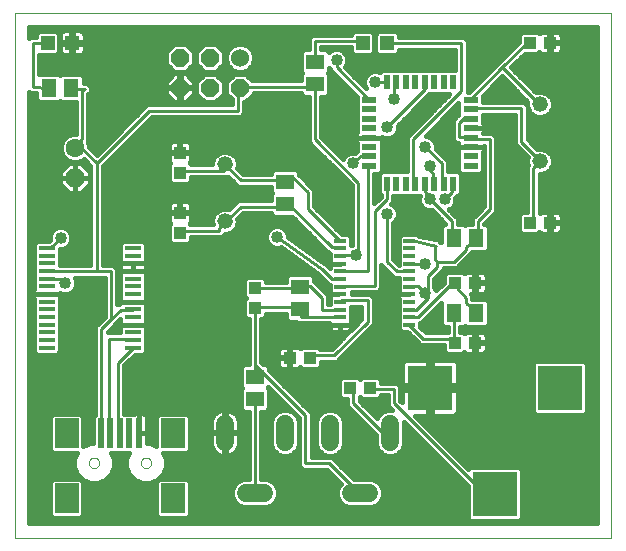
<source format=gtl>
G75*
G70*
%OFA0B0*%
%FSLAX24Y24*%
%IPPOS*%
%LPD*%
%AMOC8*
5,1,8,0,0,1.08239X$1,22.5*
%
%ADD10C,0.0000*%
%ADD11R,0.0500X0.0220*%
%ADD12R,0.0220X0.0500*%
%ADD13C,0.0520*%
%ADD14R,0.0433X0.0394*%
%ADD15C,0.0600*%
%ADD16OC8,0.0600*%
%ADD17R,0.0512X0.0630*%
%ADD18OC8,0.0630*%
%ADD19C,0.0630*%
%ADD20R,0.0472X0.0472*%
%ADD21R,0.0630X0.0512*%
%ADD22R,0.0550X0.0137*%
%ADD23R,0.0197X0.0984*%
%ADD24R,0.0787X0.0984*%
%ADD25R,0.0390X0.0120*%
%ADD26R,0.0394X0.0433*%
%ADD27C,0.0600*%
%ADD28R,0.1500X0.1500*%
%ADD29C,0.0160*%
%ADD30C,0.0360*%
%ADD31C,0.0100*%
%ADD32C,0.0400*%
D10*
X000181Y002086D02*
X000181Y019582D01*
X020051Y019582D01*
X020051Y002086D01*
X000181Y002086D01*
X002638Y004586D02*
X002640Y004612D01*
X002646Y004638D01*
X002656Y004663D01*
X002669Y004686D01*
X002685Y004706D01*
X002705Y004724D01*
X002727Y004739D01*
X002750Y004751D01*
X002776Y004759D01*
X002802Y004763D01*
X002828Y004763D01*
X002854Y004759D01*
X002880Y004751D01*
X002904Y004739D01*
X002925Y004724D01*
X002945Y004706D01*
X002961Y004686D01*
X002974Y004663D01*
X002984Y004638D01*
X002990Y004612D01*
X002992Y004586D01*
X002990Y004560D01*
X002984Y004534D01*
X002974Y004509D01*
X002961Y004486D01*
X002945Y004466D01*
X002925Y004448D01*
X002903Y004433D01*
X002880Y004421D01*
X002854Y004413D01*
X002828Y004409D01*
X002802Y004409D01*
X002776Y004413D01*
X002750Y004421D01*
X002726Y004433D01*
X002705Y004448D01*
X002685Y004466D01*
X002669Y004486D01*
X002656Y004509D01*
X002646Y004534D01*
X002640Y004560D01*
X002638Y004586D01*
X004371Y004586D02*
X004373Y004612D01*
X004379Y004638D01*
X004389Y004663D01*
X004402Y004686D01*
X004418Y004706D01*
X004438Y004724D01*
X004460Y004739D01*
X004483Y004751D01*
X004509Y004759D01*
X004535Y004763D01*
X004561Y004763D01*
X004587Y004759D01*
X004613Y004751D01*
X004637Y004739D01*
X004658Y004724D01*
X004678Y004706D01*
X004694Y004686D01*
X004707Y004663D01*
X004717Y004638D01*
X004723Y004612D01*
X004725Y004586D01*
X004723Y004560D01*
X004717Y004534D01*
X004707Y004509D01*
X004694Y004486D01*
X004678Y004466D01*
X004658Y004448D01*
X004636Y004433D01*
X004613Y004421D01*
X004587Y004413D01*
X004561Y004409D01*
X004535Y004409D01*
X004509Y004413D01*
X004483Y004421D01*
X004459Y004433D01*
X004438Y004448D01*
X004418Y004466D01*
X004402Y004486D01*
X004389Y004509D01*
X004379Y004534D01*
X004373Y004560D01*
X004371Y004586D01*
D11*
X011991Y014484D03*
X011991Y014799D03*
X011991Y015114D03*
X011991Y015429D03*
X011991Y015744D03*
X011991Y016059D03*
X011991Y016374D03*
X011991Y016689D03*
X015371Y016689D03*
X015371Y016374D03*
X015371Y016059D03*
X015371Y015744D03*
X015371Y015429D03*
X015371Y015114D03*
X015371Y014799D03*
X015371Y014484D03*
D12*
X014784Y013896D03*
X014469Y013896D03*
X014154Y013896D03*
X013839Y013896D03*
X013524Y013896D03*
X013209Y013896D03*
X012894Y013896D03*
X012579Y013896D03*
X012579Y017276D03*
X012894Y017276D03*
X013209Y017276D03*
X013524Y017276D03*
X013839Y017276D03*
X014154Y017276D03*
X014469Y017276D03*
X014784Y017276D03*
D13*
X017681Y016536D03*
X017681Y014636D03*
X007181Y014536D03*
X007181Y012636D03*
D14*
X009347Y008086D03*
X010016Y008086D03*
X011347Y007086D03*
X012016Y007086D03*
X014847Y008586D03*
X015516Y008586D03*
X015516Y010586D03*
X014847Y010586D03*
X017347Y012586D03*
X018016Y012586D03*
X018016Y018586D03*
X017347Y018586D03*
D15*
X007681Y018086D03*
D16*
X006681Y018086D03*
X005681Y018086D03*
X005681Y017086D03*
X006681Y017086D03*
X007681Y017086D03*
D17*
X002055Y017086D03*
X001307Y017086D03*
X014807Y012086D03*
X015555Y012086D03*
X015555Y009586D03*
X014807Y009586D03*
D18*
X002181Y014086D03*
D19*
X002181Y015086D03*
D20*
X002095Y018586D03*
X001268Y018586D03*
X011768Y018586D03*
X012595Y018586D03*
D21*
X010181Y017960D03*
X010181Y017212D03*
X009181Y013960D03*
X009181Y013212D03*
X009681Y010460D03*
X009681Y009712D03*
X008181Y007460D03*
X008181Y006712D03*
D22*
X004121Y008423D03*
X004121Y008679D03*
X004121Y008935D03*
X004121Y009191D03*
X004121Y009447D03*
X004121Y009702D03*
X004121Y009958D03*
X004121Y010214D03*
X004121Y010470D03*
X004121Y010726D03*
X004121Y010982D03*
X004121Y011238D03*
X004121Y011494D03*
X004121Y011750D03*
X001242Y011750D03*
X001242Y011494D03*
X001242Y011238D03*
X001242Y010982D03*
X001242Y010726D03*
X001242Y010470D03*
X001242Y010214D03*
X001242Y009958D03*
X001242Y009702D03*
X001242Y009447D03*
X001242Y009191D03*
X001242Y008935D03*
X001242Y008679D03*
X001242Y008423D03*
D23*
X003051Y005571D03*
X003366Y005571D03*
X003681Y005571D03*
X003996Y005571D03*
X004311Y005571D03*
D24*
X005453Y005571D03*
X005453Y003405D03*
X001910Y003405D03*
X001910Y005571D03*
D25*
X011033Y009179D03*
X011033Y009435D03*
X011033Y009691D03*
X011033Y009947D03*
X011033Y010202D03*
X011033Y010458D03*
X011033Y010714D03*
X011033Y010970D03*
X011033Y011226D03*
X011033Y011482D03*
X011033Y011738D03*
X011033Y011994D03*
X013330Y011994D03*
X013330Y011738D03*
X013330Y011482D03*
X013330Y011226D03*
X013330Y010970D03*
X013330Y010714D03*
X013330Y010458D03*
X013330Y010202D03*
X013330Y009947D03*
X013330Y009691D03*
X013330Y009435D03*
X013330Y009179D03*
D26*
X008181Y009752D03*
X008181Y010421D03*
X005681Y012252D03*
X005681Y012921D03*
X005681Y014252D03*
X005681Y014921D03*
D27*
X007181Y005886D02*
X007181Y005286D01*
X007881Y003586D02*
X008481Y003586D01*
X009181Y005286D02*
X009181Y005886D01*
X010681Y005886D02*
X010681Y005286D01*
X011381Y003586D02*
X011981Y003586D01*
X012681Y005286D02*
X012681Y005886D01*
D28*
X014016Y007086D03*
X016181Y003543D03*
X018347Y007086D03*
D29*
X019257Y007160D02*
X019571Y007160D01*
X019571Y007318D02*
X019257Y007318D01*
X019257Y007477D02*
X019571Y007477D01*
X019571Y007635D02*
X019257Y007635D01*
X019257Y007794D02*
X019571Y007794D01*
X019571Y007952D02*
X019207Y007952D01*
X019163Y007996D02*
X019257Y007903D01*
X019257Y006270D01*
X019163Y006176D01*
X017530Y006176D01*
X017437Y006270D01*
X017437Y007903D01*
X017530Y007996D01*
X019163Y007996D01*
X019571Y008111D02*
X011063Y008111D01*
X011031Y008079D02*
X010908Y007956D01*
X010393Y007956D01*
X010393Y007823D01*
X010299Y007729D01*
X009733Y007729D01*
X009696Y007767D01*
X009674Y007745D01*
X009633Y007722D01*
X009587Y007709D01*
X009365Y007709D01*
X009365Y008068D01*
X009328Y008068D01*
X008950Y008068D01*
X008950Y007866D01*
X008963Y007820D01*
X008986Y007779D01*
X009020Y007745D01*
X009061Y007722D01*
X009106Y007709D01*
X009328Y007709D01*
X009328Y008068D01*
X009328Y008105D01*
X008950Y008105D01*
X008950Y008307D01*
X008963Y008353D01*
X008986Y008394D01*
X009020Y008427D01*
X009061Y008451D01*
X009106Y008463D01*
X009328Y008463D01*
X009328Y008105D01*
X009365Y008105D01*
X009365Y008463D01*
X009587Y008463D01*
X009633Y008451D01*
X009674Y008427D01*
X009696Y008405D01*
X009733Y008443D01*
X010299Y008443D01*
X010366Y008376D01*
X010734Y008376D01*
X011326Y008968D01*
X011297Y008951D01*
X011251Y008939D01*
X011033Y008939D01*
X011033Y009178D01*
X011032Y009178D01*
X011032Y008939D01*
X010814Y008939D01*
X010768Y008951D01*
X010727Y008975D01*
X010694Y009008D01*
X010670Y009049D01*
X010658Y009095D01*
X010658Y009179D01*
X011032Y009179D01*
X011032Y009179D01*
X010658Y009179D01*
X010658Y009236D01*
X009788Y009236D01*
X009614Y009236D01*
X009554Y009296D01*
X009300Y009296D01*
X009206Y009390D01*
X009206Y009556D01*
X008538Y009556D01*
X008538Y009469D01*
X008445Y009375D01*
X008391Y009375D01*
X008391Y007933D01*
X008448Y007876D01*
X008563Y007876D01*
X008656Y007782D01*
X008656Y007668D01*
X010071Y006253D01*
X010071Y006079D01*
X010071Y004776D01*
X010748Y004776D01*
X010871Y004653D01*
X011478Y004046D01*
X012073Y004046D01*
X012242Y003976D01*
X012371Y003847D01*
X012441Y003678D01*
X012441Y003495D01*
X012371Y003326D01*
X012242Y003196D01*
X012073Y003126D01*
X011290Y003126D01*
X011121Y003196D01*
X010991Y003326D01*
X010921Y003495D01*
X010921Y003678D01*
X010991Y003847D01*
X011038Y003893D01*
X010574Y004356D01*
X009948Y004356D01*
X009774Y004356D01*
X009651Y004479D01*
X009651Y006079D01*
X008624Y007106D01*
X008604Y007086D01*
X008656Y007034D01*
X008656Y006390D01*
X008563Y006296D01*
X008391Y006296D01*
X008391Y004046D01*
X008573Y004046D01*
X008742Y003976D01*
X008871Y003847D01*
X008941Y003678D01*
X008941Y003495D01*
X008871Y003326D01*
X008742Y003196D01*
X008573Y003126D01*
X007790Y003126D01*
X007621Y003196D01*
X007491Y003326D01*
X007421Y003495D01*
X007421Y003678D01*
X007491Y003847D01*
X007621Y003976D01*
X007790Y004046D01*
X007971Y004046D01*
X007971Y006296D01*
X007800Y006296D01*
X007706Y006390D01*
X007706Y007034D01*
X007758Y007086D01*
X007706Y007138D01*
X007706Y007782D01*
X007800Y007876D01*
X007971Y007876D01*
X007971Y007933D01*
X007971Y009375D01*
X007918Y009375D01*
X007825Y009469D01*
X007825Y010034D01*
X007876Y010086D01*
X007825Y010138D01*
X007825Y010704D01*
X007918Y010797D01*
X008445Y010797D01*
X008538Y010704D01*
X008538Y010616D01*
X009206Y010616D01*
X009206Y010782D01*
X009300Y010876D01*
X010063Y010876D01*
X010156Y010782D01*
X010156Y010648D01*
X010231Y010573D01*
X010631Y010173D01*
X010631Y009999D01*
X010631Y009896D01*
X010678Y009896D01*
X010678Y010060D01*
X010670Y010073D01*
X010658Y010119D01*
X010658Y010202D01*
X010960Y010202D01*
X010961Y010203D01*
X010658Y010203D01*
X010658Y010286D01*
X010670Y010332D01*
X010678Y010345D01*
X010678Y010516D01*
X010654Y010516D01*
X010286Y010885D01*
X009040Y011766D01*
X008993Y011746D01*
X008850Y011746D01*
X008717Y011801D01*
X008616Y011902D01*
X008561Y012035D01*
X008561Y012178D01*
X008616Y012310D01*
X008717Y012411D01*
X008850Y012466D01*
X008993Y012466D01*
X009125Y012411D01*
X009227Y012310D01*
X009281Y012178D01*
X009281Y012109D01*
X010488Y011256D01*
X010508Y011256D01*
X010557Y011207D01*
X010614Y011168D01*
X010617Y011148D01*
X010673Y011092D01*
X010670Y011097D01*
X010658Y011142D01*
X010658Y011226D01*
X011032Y011226D01*
X011032Y011226D01*
X010658Y011226D01*
X010658Y011310D01*
X010670Y011356D01*
X010678Y011369D01*
X010678Y011556D01*
X010654Y011556D01*
X009414Y012796D01*
X008800Y012796D01*
X008706Y012890D01*
X008706Y012916D01*
X007788Y012916D01*
X007599Y012727D01*
X007601Y012720D01*
X007601Y012553D01*
X007537Y012398D01*
X007419Y012280D01*
X007265Y012216D01*
X007168Y012216D01*
X007068Y012116D01*
X006894Y012116D01*
X006038Y012116D01*
X006038Y011969D01*
X005945Y011875D01*
X005418Y011875D01*
X005325Y011969D01*
X005325Y012534D01*
X005362Y012572D01*
X005341Y012594D01*
X005317Y012635D01*
X005305Y012681D01*
X005305Y012902D01*
X005663Y012902D01*
X005663Y012939D01*
X005305Y012939D01*
X005305Y013161D01*
X005317Y013207D01*
X005341Y013248D01*
X005374Y013281D01*
X005415Y013305D01*
X005461Y013317D01*
X005663Y013317D01*
X005663Y012940D01*
X005700Y012940D01*
X005700Y013317D01*
X005902Y013317D01*
X005948Y013305D01*
X005989Y013281D01*
X006022Y013248D01*
X006046Y013207D01*
X006058Y013161D01*
X006058Y012939D01*
X005700Y012939D01*
X005700Y012902D01*
X006058Y012902D01*
X006058Y012681D01*
X006046Y012635D01*
X006022Y012594D01*
X006001Y012572D01*
X006036Y012536D01*
X006768Y012536D01*
X006761Y012553D01*
X006761Y012720D01*
X006825Y012874D01*
X006944Y012992D01*
X007098Y013056D01*
X007265Y013056D01*
X007314Y013036D01*
X007491Y013213D01*
X007614Y013336D01*
X008706Y013336D01*
X008706Y013534D01*
X008758Y013586D01*
X008706Y013638D01*
X008706Y013796D01*
X007614Y013796D01*
X007491Y013919D01*
X007286Y014125D01*
X007265Y014116D01*
X007098Y014116D01*
X007054Y014116D01*
X006038Y014116D01*
X006038Y013969D01*
X005945Y013875D01*
X005418Y013875D01*
X005325Y013969D01*
X005325Y014534D01*
X005362Y014572D01*
X005341Y014594D01*
X005317Y014635D01*
X005305Y014681D01*
X005305Y014902D01*
X005663Y014902D01*
X005663Y014939D01*
X005305Y014939D01*
X005305Y015161D01*
X005317Y015207D01*
X005341Y015248D01*
X005374Y015281D01*
X005415Y015305D01*
X005461Y015317D01*
X005663Y015317D01*
X005663Y014940D01*
X005700Y014940D01*
X005700Y015317D01*
X005902Y015317D01*
X005948Y015305D01*
X005989Y015281D01*
X006022Y015248D01*
X006046Y015207D01*
X006058Y015161D01*
X006058Y014939D01*
X005700Y014939D01*
X005700Y014902D01*
X006058Y014902D01*
X006058Y014681D01*
X006046Y014635D01*
X006022Y014594D01*
X006001Y014572D01*
X006036Y014536D01*
X006761Y014536D01*
X006761Y014620D01*
X006825Y014774D01*
X006944Y014892D01*
X007098Y014956D01*
X007265Y014956D01*
X007419Y014892D01*
X007537Y014774D01*
X007601Y014620D01*
X007601Y014453D01*
X010798Y014453D01*
X010639Y014611D02*
X007601Y014611D01*
X007601Y014453D02*
X007587Y014418D01*
X007788Y014216D01*
X008706Y014216D01*
X008706Y014282D01*
X008800Y014376D01*
X009563Y014376D01*
X009656Y014282D01*
X009656Y014188D01*
X009671Y014173D01*
X010151Y013693D01*
X010151Y013519D01*
X010151Y013133D01*
X011071Y012214D01*
X011294Y012214D01*
X011388Y012120D01*
X011388Y011867D01*
X011386Y011866D01*
X011388Y011864D01*
X011388Y011852D01*
X011411Y011862D01*
X011411Y013839D01*
X010094Y015156D01*
X009971Y015279D01*
X009971Y016796D01*
X009800Y016796D01*
X009706Y016890D01*
X009706Y016916D01*
X008141Y016916D01*
X008141Y016896D01*
X007872Y016626D01*
X007831Y016626D01*
X007831Y016239D01*
X007708Y016116D01*
X007534Y016116D01*
X004748Y016116D01*
X003111Y014479D01*
X003111Y011176D01*
X003294Y011176D01*
X003468Y011176D01*
X003591Y011053D01*
X003591Y009873D01*
X003614Y009896D01*
X003666Y009896D01*
X003666Y009958D01*
X004120Y009958D01*
X004120Y009959D01*
X003666Y009959D01*
X003666Y010051D01*
X003678Y010096D01*
X003686Y010110D01*
X003686Y010349D01*
X003686Y010605D01*
X003686Y010831D01*
X003678Y010844D01*
X003666Y010890D01*
X003666Y010982D01*
X003666Y011074D01*
X003675Y011110D01*
X003666Y011146D01*
X003666Y011238D01*
X003666Y011330D01*
X003678Y011376D01*
X003686Y011389D01*
X003686Y011629D01*
X003686Y011884D01*
X003779Y011978D01*
X004462Y011978D01*
X004556Y011884D01*
X004556Y011629D01*
X004556Y011389D01*
X004563Y011376D01*
X004576Y011330D01*
X004576Y011238D01*
X004121Y011238D01*
X004121Y011238D01*
X004576Y011238D01*
X004576Y011146D01*
X004566Y011110D01*
X004576Y011074D01*
X004576Y010982D01*
X004121Y010982D01*
X004121Y010982D01*
X004576Y010982D01*
X004576Y010890D01*
X004563Y010844D01*
X004556Y010831D01*
X004556Y010605D01*
X004556Y010349D01*
X004556Y010110D01*
X004563Y010096D01*
X004576Y010051D01*
X004576Y009959D01*
X004121Y009959D01*
X004121Y009958D01*
X004576Y009958D01*
X004576Y009866D01*
X004563Y009820D01*
X004556Y009807D01*
X004556Y009581D01*
X004556Y009342D01*
X004563Y009329D01*
X004576Y009283D01*
X004576Y009191D01*
X004121Y009191D01*
X004121Y009190D01*
X004576Y009190D01*
X004576Y009098D01*
X004563Y009053D01*
X004556Y009039D01*
X004556Y008814D01*
X004556Y008558D01*
X004556Y008288D01*
X004462Y008194D01*
X004186Y008194D01*
X003831Y007839D01*
X003831Y006223D01*
X003832Y006223D01*
X004130Y006223D01*
X004143Y006230D01*
X004189Y006243D01*
X004311Y006243D01*
X004311Y005571D01*
X004311Y005571D01*
X004311Y006243D01*
X004433Y006243D01*
X004479Y006230D01*
X004520Y006207D01*
X004554Y006173D01*
X004577Y006132D01*
X004590Y006086D01*
X004590Y005571D01*
X004312Y005571D01*
X004312Y005570D01*
X004590Y005570D01*
X004590Y005243D01*
X004678Y005243D01*
X004899Y005152D01*
X004899Y006129D01*
X004993Y006223D01*
X005913Y006223D01*
X006007Y006129D01*
X006007Y005012D01*
X005913Y004918D01*
X005121Y004918D01*
X005205Y004717D01*
X005205Y004456D01*
X005105Y004214D01*
X004920Y004029D01*
X004678Y003929D01*
X004417Y003929D01*
X004175Y004029D01*
X003990Y004214D01*
X003890Y004456D01*
X003890Y004717D01*
X003974Y004918D01*
X003832Y004918D01*
X003531Y004918D01*
X003389Y004918D01*
X003472Y004717D01*
X003472Y004456D01*
X003372Y004214D01*
X003188Y004029D01*
X002946Y003929D01*
X002685Y003929D01*
X002443Y004029D01*
X002258Y004214D01*
X002158Y004456D01*
X002158Y004717D01*
X002242Y004918D01*
X001450Y004918D01*
X001356Y005012D01*
X001356Y006129D01*
X001450Y006223D01*
X002370Y006223D01*
X002463Y006129D01*
X002463Y005152D01*
X002685Y005243D01*
X002793Y005243D01*
X002793Y006129D01*
X002851Y006187D01*
X002851Y009133D01*
X002974Y009256D01*
X003171Y009453D01*
X003171Y010756D01*
X002988Y010756D01*
X002172Y010756D01*
X002221Y010638D01*
X002221Y010495D01*
X002167Y010362D01*
X002065Y010261D01*
X001933Y010206D01*
X001790Y010206D01*
X001697Y010245D01*
X001697Y010214D01*
X001242Y010214D01*
X000787Y010214D01*
X000787Y010122D01*
X000799Y010076D01*
X000807Y010063D01*
X000807Y009837D01*
X000807Y009581D01*
X000807Y009325D01*
X000807Y009069D01*
X000807Y008814D01*
X000807Y008558D01*
X000807Y008288D01*
X000901Y008194D01*
X001583Y008194D01*
X001677Y008288D01*
X001677Y008558D01*
X001677Y008814D01*
X001677Y009069D01*
X001677Y009325D01*
X001677Y009581D01*
X001677Y009837D01*
X001677Y010063D01*
X001685Y010076D01*
X001697Y010122D01*
X001697Y010214D01*
X001242Y010214D01*
X001242Y010214D01*
X001242Y010214D01*
X000787Y010214D01*
X000787Y010306D01*
X000799Y010352D01*
X000807Y010366D01*
X000807Y010605D01*
X000807Y010861D01*
X000807Y011117D01*
X000807Y011373D01*
X000807Y011629D01*
X000807Y011884D01*
X000901Y011978D01*
X001279Y011978D01*
X001303Y011985D01*
X001341Y012023D01*
X001341Y012158D01*
X001396Y012290D01*
X001497Y012391D01*
X001630Y012446D01*
X001773Y012446D01*
X001905Y012391D01*
X002007Y012290D01*
X002061Y012158D01*
X002061Y012015D01*
X002007Y011882D01*
X001905Y011781D01*
X001773Y011726D01*
X001677Y011726D01*
X001677Y011629D01*
X001677Y011373D01*
X001677Y011176D01*
X002691Y011176D01*
X002691Y014479D01*
X002691Y014479D01*
X002469Y014702D01*
X002450Y014684D01*
X002276Y014611D01*
X002087Y014611D01*
X001912Y014684D01*
X001779Y014817D01*
X001706Y014992D01*
X001706Y015181D01*
X001779Y015355D01*
X001912Y015489D01*
X002087Y015561D01*
X002211Y015561D01*
X002211Y016611D01*
X001733Y016611D01*
X001681Y016663D01*
X001630Y016611D01*
X000985Y016611D01*
X000891Y016705D01*
X000891Y016907D01*
X000774Y016916D01*
X000694Y016916D01*
X000688Y016923D01*
X000679Y016924D01*
X000661Y016944D01*
X000661Y002566D01*
X019571Y002566D01*
X019571Y019102D01*
X000661Y019102D01*
X000661Y018746D01*
X000686Y018773D01*
X000691Y018773D01*
X000694Y018776D01*
X000777Y018776D01*
X000872Y018780D01*
X000872Y018889D01*
X000966Y018982D01*
X001571Y018982D01*
X001664Y018889D01*
X001664Y018284D01*
X001571Y018190D01*
X000991Y018190D01*
X000991Y017561D01*
X001630Y017561D01*
X001681Y017509D01*
X001733Y017561D01*
X002378Y017561D01*
X002471Y017468D01*
X002471Y017260D01*
X002511Y017256D01*
X002588Y017256D01*
X002596Y017249D01*
X002607Y017248D01*
X002657Y017188D01*
X002711Y017133D01*
X002711Y017122D01*
X002718Y017114D01*
X002711Y017037D01*
X002711Y016959D01*
X002704Y016952D01*
X002703Y016941D01*
X002643Y016891D01*
X002631Y016879D01*
X002631Y015453D01*
X002631Y015279D01*
X002620Y015268D01*
X002656Y015181D01*
X002656Y015108D01*
X002901Y014863D01*
X004451Y016413D01*
X004574Y016536D01*
X007411Y016536D01*
X007411Y016706D01*
X007221Y016896D01*
X007221Y017277D01*
X007491Y017546D01*
X007872Y017546D01*
X008082Y017336D01*
X009706Y017336D01*
X009706Y017534D01*
X009758Y017586D01*
X009706Y017638D01*
X009706Y018282D01*
X009800Y018376D01*
X009971Y018376D01*
X009971Y018733D01*
X010094Y018856D01*
X010268Y018856D01*
X011372Y018856D01*
X011372Y018889D01*
X011466Y018982D01*
X012071Y018982D01*
X012164Y018889D01*
X012164Y018284D01*
X012071Y018190D01*
X011466Y018190D01*
X011372Y018284D01*
X011372Y018436D01*
X010391Y018436D01*
X010391Y018376D01*
X010563Y018376D01*
X010656Y018282D01*
X010656Y018270D01*
X010697Y018311D01*
X010830Y018366D01*
X010973Y018366D01*
X011105Y018311D01*
X011207Y018210D01*
X011261Y018078D01*
X011261Y017935D01*
X011207Y017802D01*
X011184Y017780D01*
X011872Y017093D01*
X011821Y017215D01*
X011821Y017358D01*
X011876Y017490D01*
X011977Y017591D01*
X012110Y017646D01*
X012253Y017646D01*
X012331Y017614D01*
X012403Y017686D01*
X012755Y017686D01*
X013070Y017686D01*
X013385Y017686D01*
X013700Y017686D01*
X014015Y017686D01*
X014330Y017686D01*
X014645Y017686D01*
X014851Y017686D01*
X014851Y018356D01*
X012991Y018356D01*
X012991Y018284D01*
X012897Y018190D01*
X012292Y018190D01*
X012199Y018284D01*
X012199Y018889D01*
X012292Y018982D01*
X012897Y018982D01*
X012991Y018889D01*
X012991Y018776D01*
X014974Y018776D01*
X015148Y018776D01*
X015271Y018653D01*
X015271Y017053D01*
X015271Y016959D01*
X015317Y016959D01*
X016211Y017853D01*
X016211Y017853D01*
X016334Y017976D01*
X016334Y017976D01*
X016970Y018612D01*
X016970Y018849D01*
X017064Y018943D01*
X017630Y018943D01*
X017667Y018905D01*
X017689Y018927D01*
X017730Y018951D01*
X017776Y018963D01*
X017998Y018963D01*
X017998Y018605D01*
X018034Y018605D01*
X018034Y018963D01*
X018256Y018963D01*
X018302Y018951D01*
X018343Y018927D01*
X018377Y018894D01*
X018400Y018853D01*
X018413Y018807D01*
X018413Y018605D01*
X018035Y018605D01*
X018035Y018568D01*
X018413Y018568D01*
X018413Y018366D01*
X018400Y018320D01*
X018377Y018279D01*
X018343Y018245D01*
X018302Y018222D01*
X018256Y018209D01*
X018034Y018209D01*
X018034Y018568D01*
X017998Y018568D01*
X017998Y018209D01*
X017776Y018209D01*
X017730Y018222D01*
X017689Y018245D01*
X017667Y018267D01*
X017630Y018229D01*
X017181Y018229D01*
X016718Y017766D01*
X017549Y016936D01*
X017598Y016956D01*
X017765Y016956D01*
X017919Y016892D01*
X018037Y016774D01*
X018101Y016620D01*
X018101Y016453D01*
X018037Y016298D01*
X017919Y016180D01*
X017765Y016116D01*
X017598Y016116D01*
X017444Y016180D01*
X017325Y016298D01*
X017271Y016429D01*
X017271Y015373D01*
X017591Y015053D01*
X017598Y015056D01*
X017765Y015056D01*
X017919Y014992D01*
X018037Y014874D01*
X018101Y014720D01*
X018101Y014553D01*
X018037Y014398D01*
X017919Y014280D01*
X017765Y014216D01*
X017671Y014216D01*
X017671Y012910D01*
X017689Y012927D01*
X017730Y012951D01*
X017776Y012963D01*
X017998Y012963D01*
X017998Y012605D01*
X018034Y012605D01*
X018034Y012963D01*
X018256Y012963D01*
X018302Y012951D01*
X018343Y012927D01*
X018377Y012894D01*
X018400Y012853D01*
X018413Y012807D01*
X018413Y012605D01*
X018035Y012605D01*
X018035Y012568D01*
X018413Y012568D01*
X018413Y012366D01*
X018400Y012320D01*
X018377Y012279D01*
X018343Y012245D01*
X018302Y012222D01*
X018256Y012209D01*
X018034Y012209D01*
X018034Y012568D01*
X017998Y012568D01*
X017998Y012209D01*
X017776Y012209D01*
X017730Y012222D01*
X017689Y012245D01*
X017667Y012267D01*
X017630Y012229D01*
X017064Y012229D01*
X016970Y012323D01*
X016970Y012849D01*
X017064Y012943D01*
X017251Y012943D01*
X017251Y014319D01*
X017251Y014493D01*
X017276Y014518D01*
X017261Y014553D01*
X017261Y014720D01*
X017282Y014769D01*
X016851Y015199D01*
X016851Y015373D01*
X016851Y016196D01*
X015781Y016196D01*
X015781Y015937D01*
X015789Y015923D01*
X015801Y015877D01*
X015801Y015744D01*
X015372Y015744D01*
X015372Y015744D01*
X015801Y015744D01*
X015801Y015610D01*
X015792Y015576D01*
X015934Y015576D01*
X016108Y015576D01*
X016231Y015453D01*
X016231Y013133D01*
X016231Y012959D01*
X015833Y012561D01*
X015878Y012561D01*
X015971Y012468D01*
X015971Y011705D01*
X015878Y011611D01*
X015431Y011611D01*
X015431Y011599D01*
X019571Y011599D01*
X019571Y011757D02*
X015971Y011757D01*
X015971Y011916D02*
X019571Y011916D01*
X019571Y012075D02*
X015971Y012075D01*
X015971Y012233D02*
X017060Y012233D01*
X016970Y012392D02*
X015971Y012392D01*
X015889Y012550D02*
X016970Y012550D01*
X016970Y012709D02*
X015981Y012709D01*
X016139Y012867D02*
X016988Y012867D01*
X017251Y013026D02*
X016231Y013026D01*
X016231Y013184D02*
X017251Y013184D01*
X017251Y013343D02*
X016231Y013343D01*
X016231Y013501D02*
X017251Y013501D01*
X017251Y013660D02*
X016231Y013660D01*
X016231Y013819D02*
X017251Y013819D01*
X017251Y013977D02*
X016231Y013977D01*
X016231Y014136D02*
X017251Y014136D01*
X017251Y014294D02*
X016231Y014294D01*
X016231Y014453D02*
X017251Y014453D01*
X017261Y014611D02*
X016231Y014611D01*
X016231Y014770D02*
X017281Y014770D01*
X017122Y014928D02*
X016231Y014928D01*
X016231Y015087D02*
X016964Y015087D01*
X016851Y015245D02*
X016231Y015245D01*
X016231Y015404D02*
X016851Y015404D01*
X016851Y015562D02*
X016122Y015562D01*
X015801Y015721D02*
X016851Y015721D01*
X016851Y015880D02*
X015801Y015880D01*
X015781Y016038D02*
X016851Y016038D01*
X017271Y016038D02*
X019571Y016038D01*
X019571Y015880D02*
X017271Y015880D01*
X017271Y015721D02*
X019571Y015721D01*
X019571Y015562D02*
X017271Y015562D01*
X017271Y015404D02*
X019571Y015404D01*
X019571Y015245D02*
X017399Y015245D01*
X017558Y015087D02*
X019571Y015087D01*
X019571Y014928D02*
X017983Y014928D01*
X018081Y014770D02*
X019571Y014770D01*
X019571Y014611D02*
X018101Y014611D01*
X018060Y014453D02*
X019571Y014453D01*
X019571Y014294D02*
X017933Y014294D01*
X017671Y014136D02*
X019571Y014136D01*
X019571Y013977D02*
X017671Y013977D01*
X017671Y013819D02*
X019571Y013819D01*
X019571Y013660D02*
X017671Y013660D01*
X017671Y013501D02*
X019571Y013501D01*
X019571Y013343D02*
X017671Y013343D01*
X017671Y013184D02*
X019571Y013184D01*
X019571Y013026D02*
X017671Y013026D01*
X017998Y012867D02*
X018034Y012867D01*
X018034Y012709D02*
X017998Y012709D01*
X017998Y012550D02*
X018034Y012550D01*
X018034Y012392D02*
X017998Y012392D01*
X017998Y012233D02*
X018034Y012233D01*
X018322Y012233D02*
X019571Y012233D01*
X019571Y012392D02*
X018413Y012392D01*
X018413Y012550D02*
X019571Y012550D01*
X019571Y012709D02*
X018413Y012709D01*
X018392Y012867D02*
X019571Y012867D01*
X019571Y011440D02*
X015272Y011440D01*
X015114Y011282D02*
X019571Y011282D01*
X019571Y011123D02*
X014955Y011123D01*
X014908Y011076D02*
X015031Y011199D01*
X015431Y011599D01*
X015031Y011199D02*
X015031Y011199D01*
X014908Y011076D02*
X014471Y011076D01*
X014471Y011039D01*
X014151Y010719D01*
X014151Y010465D01*
X014167Y010450D01*
X014214Y010336D01*
X014470Y010592D01*
X014470Y010849D01*
X014564Y010943D01*
X015130Y010943D01*
X015167Y010905D01*
X015189Y010927D01*
X015230Y010951D01*
X015276Y010963D01*
X015498Y010963D01*
X015498Y010605D01*
X015534Y010605D01*
X015534Y010963D01*
X015756Y010963D01*
X015802Y010951D01*
X015843Y010927D01*
X015877Y010894D01*
X015900Y010853D01*
X015913Y010807D01*
X015913Y010605D01*
X015535Y010605D01*
X015535Y010568D01*
X015913Y010568D01*
X015913Y010366D01*
X015900Y010320D01*
X015877Y010279D01*
X015843Y010245D01*
X015802Y010222D01*
X015756Y010209D01*
X015534Y010209D01*
X015534Y010568D01*
X015498Y010568D01*
X015498Y010209D01*
X015395Y010209D01*
X015431Y010173D01*
X015431Y010061D01*
X015878Y010061D01*
X015971Y009968D01*
X015971Y009205D01*
X015878Y009111D01*
X015233Y009111D01*
X015181Y009163D01*
X015130Y009111D01*
X015031Y009111D01*
X015031Y008943D01*
X015130Y008943D01*
X015167Y008905D01*
X015189Y008927D01*
X015230Y008951D01*
X015276Y008963D01*
X015498Y008963D01*
X015498Y008605D01*
X015534Y008605D01*
X015534Y008963D01*
X015756Y008963D01*
X015802Y008951D01*
X015843Y008927D01*
X015877Y008894D01*
X015900Y008853D01*
X015913Y008807D01*
X015913Y008605D01*
X015535Y008605D01*
X015535Y008568D01*
X015913Y008568D01*
X015913Y008366D01*
X015900Y008320D01*
X015877Y008279D01*
X015843Y008245D01*
X015802Y008222D01*
X015756Y008209D01*
X015534Y008209D01*
X015534Y008568D01*
X015498Y008568D01*
X015498Y008209D01*
X015276Y008209D01*
X015230Y008222D01*
X015189Y008245D01*
X015167Y008267D01*
X015130Y008229D01*
X014564Y008229D01*
X014470Y008323D01*
X014470Y008516D01*
X013694Y008516D01*
X013571Y008639D01*
X013293Y008917D01*
X013292Y008917D01*
X013251Y008959D01*
X013069Y008959D01*
X012975Y009053D01*
X012975Y009305D01*
X012977Y009307D01*
X012975Y009308D01*
X012975Y009561D01*
X012977Y009563D01*
X012975Y009564D01*
X012975Y009817D01*
X012977Y009819D01*
X012975Y009820D01*
X012975Y010060D01*
X012967Y010073D01*
X012955Y010119D01*
X012955Y010202D01*
X013330Y010202D01*
X013330Y010203D01*
X012955Y010203D01*
X012955Y010286D01*
X012967Y010332D01*
X012975Y010345D01*
X012975Y010585D01*
X012977Y010586D01*
X012975Y010588D01*
X012975Y010756D01*
X012814Y010756D01*
X012494Y011076D01*
X012391Y011179D01*
X012391Y010399D01*
X012268Y010276D01*
X012094Y010276D01*
X011408Y010276D01*
X011408Y010216D01*
X011854Y010216D01*
X012028Y010216D01*
X012151Y010093D01*
X012151Y009373D01*
X012151Y009199D01*
X011031Y008079D01*
X011222Y008269D02*
X014524Y008269D01*
X014470Y008428D02*
X011380Y008428D01*
X011539Y008587D02*
X013624Y008587D01*
X013466Y008745D02*
X011697Y008745D01*
X011856Y008904D02*
X013307Y008904D01*
X012975Y009062D02*
X012014Y009062D01*
X012151Y009221D02*
X012975Y009221D01*
X012975Y009379D02*
X012151Y009379D01*
X012151Y009538D02*
X012975Y009538D01*
X012975Y009696D02*
X012151Y009696D01*
X012151Y009855D02*
X012975Y009855D01*
X012975Y010013D02*
X012151Y010013D01*
X012073Y010172D02*
X012955Y010172D01*
X012967Y010331D02*
X012323Y010331D01*
X012391Y010489D02*
X012975Y010489D01*
X012975Y010648D02*
X012391Y010648D01*
X012391Y010806D02*
X012765Y010806D01*
X012606Y010965D02*
X012391Y010965D01*
X012391Y011123D02*
X012447Y011123D01*
X012791Y011373D02*
X012791Y012587D01*
X012887Y012682D01*
X012941Y012815D01*
X012941Y012958D01*
X012887Y013090D01*
X012785Y013191D01*
X012727Y013215D01*
X012791Y013279D01*
X012791Y013486D01*
X013033Y013486D01*
X013348Y013486D01*
X013663Y013486D01*
X013681Y013486D01*
X013661Y013438D01*
X013661Y013295D01*
X013716Y013162D01*
X013817Y013061D01*
X013950Y013006D01*
X014084Y013006D01*
X014530Y012561D01*
X014485Y012561D01*
X014391Y012468D01*
X014391Y011933D01*
X014366Y011959D01*
X014331Y012013D01*
X014306Y012018D01*
X014288Y012036D01*
X014268Y012036D01*
X014224Y012036D01*
X013641Y012164D01*
X013591Y012214D01*
X013444Y012214D01*
X013416Y012231D01*
X013379Y012222D01*
X013341Y012230D01*
X013316Y012214D01*
X013069Y012214D01*
X012975Y012120D01*
X012975Y011867D01*
X012977Y011866D01*
X012975Y011864D01*
X012975Y011612D01*
X012977Y011610D01*
X012975Y011608D01*
X012975Y011356D01*
X012977Y011354D01*
X012975Y011352D01*
X012975Y011189D01*
X012791Y011373D01*
X012791Y011440D02*
X012975Y011440D01*
X012975Y011282D02*
X012883Y011282D01*
X012791Y011599D02*
X012975Y011599D01*
X012975Y011757D02*
X012791Y011757D01*
X012791Y011916D02*
X012975Y011916D01*
X012975Y012075D02*
X012791Y012075D01*
X012791Y012233D02*
X014391Y012233D01*
X014391Y012075D02*
X014050Y012075D01*
X014391Y012392D02*
X012791Y012392D01*
X012791Y012550D02*
X014474Y012550D01*
X014382Y012709D02*
X012897Y012709D01*
X012941Y012867D02*
X014223Y012867D01*
X013903Y013026D02*
X012913Y013026D01*
X012792Y013184D02*
X013707Y013184D01*
X013661Y013343D02*
X012791Y013343D01*
X012371Y013453D02*
X012151Y013233D01*
X012151Y014214D01*
X012308Y014214D01*
X012401Y014308D01*
X012401Y014660D01*
X012401Y014975D01*
X012401Y015236D01*
X012409Y015249D01*
X012421Y015295D01*
X012421Y015429D01*
X012421Y015443D01*
X012510Y015406D01*
X012653Y015406D01*
X012785Y015461D01*
X012887Y015562D01*
X012941Y015695D01*
X012941Y015829D01*
X013948Y016836D01*
X013978Y016866D01*
X014015Y016866D01*
X014330Y016866D01*
X014645Y016866D01*
X014664Y016866D01*
X013374Y015576D01*
X013251Y015453D01*
X013251Y014306D01*
X013033Y014306D01*
X012718Y014306D01*
X012403Y014306D01*
X012309Y014213D01*
X012309Y013580D01*
X012371Y013518D01*
X012371Y013453D01*
X012371Y013501D02*
X012151Y013501D01*
X012151Y013343D02*
X012261Y013343D01*
X012309Y013660D02*
X012151Y013660D01*
X012151Y013819D02*
X012309Y013819D01*
X012309Y013977D02*
X012151Y013977D01*
X012151Y014136D02*
X012309Y014136D01*
X012388Y014294D02*
X012391Y014294D01*
X012401Y014453D02*
X013251Y014453D01*
X013251Y014611D02*
X012401Y014611D01*
X012401Y014770D02*
X013251Y014770D01*
X013251Y014928D02*
X012401Y014928D01*
X012401Y015087D02*
X013251Y015087D01*
X013251Y015245D02*
X012407Y015245D01*
X012421Y015404D02*
X013251Y015404D01*
X013361Y015562D02*
X012887Y015562D01*
X012941Y015721D02*
X013519Y015721D01*
X013678Y015880D02*
X012992Y015880D01*
X013150Y016038D02*
X013836Y016038D01*
X013995Y016197D02*
X013309Y016197D01*
X013467Y016355D02*
X014153Y016355D01*
X014312Y016514D02*
X013626Y016514D01*
X013784Y016672D02*
X014470Y016672D01*
X014629Y016831D02*
X013943Y016831D01*
X014589Y016197D02*
X014955Y016197D01*
X014961Y016203D02*
X014931Y016173D01*
X014771Y016013D01*
X014771Y015839D01*
X014771Y015359D01*
X014894Y015236D01*
X014941Y015236D01*
X014941Y015114D01*
X015371Y015114D01*
X015371Y015114D01*
X014941Y015114D01*
X014941Y014980D01*
X014954Y014934D01*
X014961Y014921D01*
X014961Y014623D01*
X014961Y014308D01*
X015055Y014214D01*
X015688Y014214D01*
X015781Y014308D01*
X015781Y014623D01*
X015781Y014921D01*
X015789Y014934D01*
X015801Y014980D01*
X015801Y015114D01*
X015801Y015156D01*
X015811Y015156D01*
X015811Y013133D01*
X015534Y012856D01*
X015411Y012733D01*
X015411Y012561D01*
X015233Y012561D01*
X015181Y012509D01*
X015130Y012561D01*
X014951Y012561D01*
X014951Y012733D01*
X014828Y012856D01*
X014647Y013037D01*
X014705Y013061D01*
X014807Y013162D01*
X014861Y013295D01*
X014861Y013429D01*
X014918Y013486D01*
X014960Y013486D01*
X015054Y013580D01*
X015054Y014213D01*
X014960Y014306D01*
X014631Y014306D01*
X014631Y014479D01*
X014631Y014653D01*
X014221Y015063D01*
X014221Y015198D01*
X014167Y015330D01*
X014065Y015431D01*
X013933Y015486D01*
X013878Y015486D01*
X014961Y016569D01*
X014961Y016512D01*
X014961Y016203D01*
X014961Y016355D02*
X014747Y016355D01*
X014906Y016514D02*
X014961Y016514D01*
X014796Y016038D02*
X014430Y016038D01*
X014272Y015880D02*
X014771Y015880D01*
X014771Y015721D02*
X014113Y015721D01*
X013955Y015562D02*
X014771Y015562D01*
X014771Y015404D02*
X014093Y015404D01*
X014202Y015245D02*
X014885Y015245D01*
X014941Y015087D02*
X014221Y015087D01*
X014356Y014928D02*
X014957Y014928D01*
X014961Y014770D02*
X014515Y014770D01*
X014631Y014611D02*
X014961Y014611D01*
X014961Y014453D02*
X014631Y014453D01*
X014972Y014294D02*
X014975Y014294D01*
X015054Y014136D02*
X015811Y014136D01*
X015811Y014294D02*
X015768Y014294D01*
X015781Y014453D02*
X015811Y014453D01*
X015811Y014611D02*
X015781Y014611D01*
X015781Y014770D02*
X015811Y014770D01*
X015811Y014928D02*
X015786Y014928D01*
X015801Y015087D02*
X015811Y015087D01*
X015801Y015114D02*
X015372Y015114D01*
X015801Y015114D01*
X015372Y015114D02*
X015372Y015114D01*
X015054Y013977D02*
X015811Y013977D01*
X015811Y013819D02*
X015054Y013819D01*
X015054Y013660D02*
X015811Y013660D01*
X015811Y013501D02*
X014975Y013501D01*
X014861Y013343D02*
X015811Y013343D01*
X015811Y013184D02*
X014816Y013184D01*
X014659Y013026D02*
X015704Y013026D01*
X015545Y012867D02*
X014817Y012867D01*
X014951Y012709D02*
X015411Y012709D01*
X015222Y012550D02*
X015141Y012550D01*
X014397Y010965D02*
X019571Y010965D01*
X019571Y010806D02*
X015913Y010806D01*
X015913Y010648D02*
X019571Y010648D01*
X019571Y010489D02*
X015913Y010489D01*
X015903Y010331D02*
X019571Y010331D01*
X019571Y010172D02*
X015431Y010172D01*
X015498Y010331D02*
X015534Y010331D01*
X015534Y010489D02*
X015498Y010489D01*
X015498Y010648D02*
X015534Y010648D01*
X015534Y010806D02*
X015498Y010806D01*
X015925Y010013D02*
X019571Y010013D01*
X019571Y009855D02*
X015971Y009855D01*
X015971Y009696D02*
X019571Y009696D01*
X019571Y009538D02*
X015971Y009538D01*
X015971Y009379D02*
X019571Y009379D01*
X019571Y009221D02*
X015971Y009221D01*
X015867Y008904D02*
X019571Y008904D01*
X019571Y009062D02*
X015031Y009062D01*
X014611Y009062D02*
X013742Y009062D01*
X013685Y009120D02*
X013685Y009236D01*
X013708Y009236D01*
X014391Y009919D01*
X014391Y009205D01*
X014485Y009111D01*
X014611Y009111D01*
X014611Y008943D01*
X014564Y008943D01*
X014557Y008936D01*
X013868Y008936D01*
X013685Y009120D01*
X013685Y009221D02*
X014391Y009221D01*
X014391Y009379D02*
X013851Y009379D01*
X014010Y009538D02*
X014391Y009538D01*
X014391Y009696D02*
X014168Y009696D01*
X014327Y009855D02*
X014391Y009855D01*
X014367Y010489D02*
X014151Y010489D01*
X014151Y010648D02*
X014470Y010648D01*
X014470Y010806D02*
X014238Y010806D01*
X015498Y008904D02*
X015534Y008904D01*
X015534Y008745D02*
X015498Y008745D01*
X015535Y008587D02*
X019571Y008587D01*
X019571Y008745D02*
X015913Y008745D01*
X015913Y008428D02*
X019571Y008428D01*
X019571Y008269D02*
X015867Y008269D01*
X015534Y008269D02*
X015498Y008269D01*
X015498Y008428D02*
X015534Y008428D01*
X014910Y007947D02*
X014934Y007906D01*
X014946Y007860D01*
X014946Y007166D01*
X014096Y007166D01*
X014096Y007006D01*
X014096Y006156D01*
X014790Y006156D01*
X014836Y006169D01*
X014877Y006192D01*
X014910Y006226D01*
X014934Y006267D01*
X014946Y006313D01*
X014946Y007006D01*
X014096Y007006D01*
X013936Y007006D01*
X013936Y006156D01*
X013528Y006156D01*
X015298Y004386D01*
X015365Y004453D01*
X016998Y004453D01*
X017091Y004359D01*
X017091Y002727D01*
X016998Y002633D01*
X015365Y002633D01*
X015271Y002727D01*
X015271Y003819D01*
X013141Y005949D01*
X013141Y005195D01*
X013071Y005026D01*
X012942Y004896D01*
X012773Y004826D01*
X012590Y004826D01*
X012421Y004896D01*
X012291Y005026D01*
X012221Y005195D01*
X012221Y005509D01*
X011251Y006479D01*
X011251Y006653D01*
X011251Y006729D01*
X011064Y006729D01*
X010970Y006823D01*
X010970Y007349D01*
X011064Y007443D01*
X011630Y007443D01*
X011681Y007391D01*
X011733Y007443D01*
X012299Y007443D01*
X012393Y007349D01*
X012393Y007256D01*
X012734Y007256D01*
X012908Y007256D01*
X013031Y007133D01*
X013031Y006653D01*
X013086Y006599D01*
X013086Y007006D01*
X013936Y007006D01*
X013936Y007166D01*
X013086Y007166D01*
X013086Y007860D01*
X013098Y007906D01*
X013122Y007947D01*
X013156Y007980D01*
X013197Y008004D01*
X013242Y008016D01*
X013936Y008016D01*
X013936Y007166D01*
X014096Y007166D01*
X014096Y008016D01*
X014790Y008016D01*
X014836Y008004D01*
X014877Y007980D01*
X014910Y007947D01*
X014904Y007952D02*
X017487Y007952D01*
X017437Y007794D02*
X014946Y007794D01*
X014946Y007635D02*
X017437Y007635D01*
X017437Y007477D02*
X014946Y007477D01*
X014946Y007318D02*
X017437Y007318D01*
X017437Y007160D02*
X014096Y007160D01*
X014096Y007318D02*
X013936Y007318D01*
X013936Y007160D02*
X013005Y007160D01*
X013031Y007001D02*
X013086Y007001D01*
X013086Y006843D02*
X013031Y006843D01*
X013031Y006684D02*
X013086Y006684D01*
X012744Y006346D02*
X012590Y006346D01*
X012421Y006276D01*
X012291Y006147D01*
X012258Y006066D01*
X011671Y006653D01*
X011671Y006771D01*
X011681Y006781D01*
X011733Y006729D01*
X012299Y006729D01*
X012393Y006823D01*
X012393Y006836D01*
X012611Y006836D01*
X012611Y006653D01*
X012611Y006479D01*
X012744Y006346D01*
X012724Y006367D02*
X011958Y006367D01*
X012116Y006208D02*
X012353Y006208D01*
X012611Y006526D02*
X011799Y006526D01*
X011671Y006684D02*
X012611Y006684D01*
X012393Y007318D02*
X013086Y007318D01*
X013086Y007477D02*
X008848Y007477D01*
X008689Y007635D02*
X013086Y007635D01*
X013086Y007794D02*
X010363Y007794D01*
X010393Y007952D02*
X013128Y007952D01*
X013936Y007952D02*
X014096Y007952D01*
X014096Y007794D02*
X013936Y007794D01*
X013936Y007635D02*
X014096Y007635D01*
X014096Y007477D02*
X013936Y007477D01*
X013936Y007001D02*
X014096Y007001D01*
X014096Y006843D02*
X013936Y006843D01*
X013936Y006684D02*
X014096Y006684D01*
X014096Y006526D02*
X013936Y006526D01*
X013936Y006367D02*
X014096Y006367D01*
X014096Y006208D02*
X013936Y006208D01*
X013635Y006050D02*
X019571Y006050D01*
X019571Y006208D02*
X019195Y006208D01*
X019257Y006367D02*
X019571Y006367D01*
X019571Y006526D02*
X019257Y006526D01*
X019257Y006684D02*
X019571Y006684D01*
X019571Y006843D02*
X019257Y006843D01*
X019257Y007001D02*
X019571Y007001D01*
X019571Y005891D02*
X013793Y005891D01*
X013952Y005733D02*
X019571Y005733D01*
X019571Y005574D02*
X014110Y005574D01*
X014269Y005416D02*
X019571Y005416D01*
X019571Y005257D02*
X014427Y005257D01*
X014586Y005099D02*
X019571Y005099D01*
X019571Y004940D02*
X014745Y004940D01*
X014903Y004782D02*
X019571Y004782D01*
X019571Y004623D02*
X015062Y004623D01*
X015220Y004464D02*
X019571Y004464D01*
X019571Y004306D02*
X017091Y004306D01*
X017091Y004147D02*
X019571Y004147D01*
X019571Y003989D02*
X017091Y003989D01*
X017091Y003830D02*
X019571Y003830D01*
X019571Y003672D02*
X017091Y003672D01*
X017091Y003513D02*
X019571Y003513D01*
X019571Y003355D02*
X017091Y003355D01*
X017091Y003196D02*
X019571Y003196D01*
X019571Y003038D02*
X017091Y003038D01*
X017091Y002879D02*
X019571Y002879D01*
X019571Y002720D02*
X017085Y002720D01*
X015278Y002720D02*
X000661Y002720D01*
X000661Y002879D02*
X001356Y002879D01*
X001356Y002847D02*
X001450Y002753D01*
X002370Y002753D01*
X002463Y002847D01*
X002463Y003964D01*
X002370Y004057D01*
X001450Y004057D01*
X001356Y003964D01*
X001356Y002847D01*
X001356Y003038D02*
X000661Y003038D01*
X000661Y003196D02*
X001356Y003196D01*
X001356Y003355D02*
X000661Y003355D01*
X000661Y003513D02*
X001356Y003513D01*
X001356Y003672D02*
X000661Y003672D01*
X000661Y003830D02*
X001356Y003830D01*
X001381Y003989D02*
X000661Y003989D01*
X000661Y004147D02*
X002325Y004147D01*
X002220Y004306D02*
X000661Y004306D01*
X000661Y004464D02*
X002158Y004464D01*
X002158Y004623D02*
X000661Y004623D01*
X000661Y004782D02*
X002185Y004782D01*
X002463Y005257D02*
X002793Y005257D01*
X002793Y005416D02*
X002463Y005416D01*
X002463Y005574D02*
X002793Y005574D01*
X002793Y005733D02*
X002463Y005733D01*
X002463Y005891D02*
X002793Y005891D01*
X002793Y006050D02*
X002463Y006050D01*
X002384Y006208D02*
X002851Y006208D01*
X002851Y006367D02*
X000661Y006367D01*
X000661Y006526D02*
X002851Y006526D01*
X002851Y006684D02*
X000661Y006684D01*
X000661Y006843D02*
X002851Y006843D01*
X002851Y007001D02*
X000661Y007001D01*
X000661Y007160D02*
X002851Y007160D01*
X002851Y007318D02*
X000661Y007318D01*
X000661Y007477D02*
X002851Y007477D01*
X002851Y007635D02*
X000661Y007635D01*
X000661Y007794D02*
X002851Y007794D01*
X002851Y007952D02*
X000661Y007952D01*
X000661Y008111D02*
X002851Y008111D01*
X002851Y008269D02*
X001658Y008269D01*
X001677Y008428D02*
X002851Y008428D01*
X002851Y008587D02*
X001677Y008587D01*
X001677Y008745D02*
X002851Y008745D01*
X002851Y008904D02*
X001677Y008904D01*
X001677Y009062D02*
X002851Y009062D01*
X002939Y009221D02*
X001677Y009221D01*
X001677Y009379D02*
X003097Y009379D01*
X003171Y009538D02*
X001677Y009538D01*
X001677Y009696D02*
X003171Y009696D01*
X003171Y009855D02*
X001677Y009855D01*
X001677Y010013D02*
X003171Y010013D01*
X003171Y010172D02*
X001697Y010172D01*
X002135Y010331D02*
X003171Y010331D01*
X003171Y010489D02*
X002219Y010489D01*
X002217Y010648D02*
X003171Y010648D01*
X003591Y010648D02*
X003686Y010648D01*
X003686Y010806D02*
X003591Y010806D01*
X003591Y010965D02*
X003666Y010965D01*
X003666Y010982D02*
X004120Y010982D01*
X004120Y010982D01*
X003666Y010982D01*
X003672Y011123D02*
X003521Y011123D01*
X003666Y011238D02*
X004120Y011238D01*
X004120Y011238D01*
X003666Y011238D01*
X003666Y011282D02*
X003111Y011282D01*
X003111Y011440D02*
X003686Y011440D01*
X003686Y011599D02*
X003111Y011599D01*
X003111Y011757D02*
X003686Y011757D01*
X003717Y011916D02*
X003111Y011916D01*
X003111Y012075D02*
X005325Y012075D01*
X005325Y012233D02*
X003111Y012233D01*
X003111Y012392D02*
X005325Y012392D01*
X005340Y012550D02*
X003111Y012550D01*
X003111Y012709D02*
X005305Y012709D01*
X005305Y012867D02*
X003111Y012867D01*
X003111Y013026D02*
X005305Y013026D01*
X005311Y013184D02*
X003111Y013184D01*
X003111Y013343D02*
X008706Y013343D01*
X008706Y013501D02*
X003111Y013501D01*
X003111Y013660D02*
X008706Y013660D01*
X008718Y014294D02*
X007711Y014294D01*
X007434Y013977D02*
X006038Y013977D01*
X006032Y014611D02*
X006761Y014611D01*
X006824Y014770D02*
X006058Y014770D01*
X006058Y015087D02*
X010164Y015087D01*
X010005Y015245D02*
X006024Y015245D01*
X005700Y015245D02*
X005663Y015245D01*
X005663Y015087D02*
X005700Y015087D01*
X005700Y014928D02*
X007030Y014928D01*
X007332Y014928D02*
X010322Y014928D01*
X010481Y014770D02*
X007539Y014770D01*
X007592Y013819D02*
X003111Y013819D01*
X003111Y013977D02*
X005325Y013977D01*
X005325Y014136D02*
X003111Y014136D01*
X003111Y014294D02*
X005325Y014294D01*
X005325Y014453D02*
X003111Y014453D01*
X003243Y014611D02*
X005330Y014611D01*
X005305Y014770D02*
X003402Y014770D01*
X003560Y014928D02*
X005663Y014928D01*
X005305Y015087D02*
X003719Y015087D01*
X003877Y015245D02*
X005339Y015245D01*
X004670Y016038D02*
X009971Y016038D01*
X009971Y015880D02*
X004512Y015880D01*
X004353Y015721D02*
X009971Y015721D01*
X009971Y015562D02*
X004195Y015562D01*
X004036Y015404D02*
X009971Y015404D01*
X010391Y015453D02*
X011132Y014712D01*
X011156Y014770D01*
X011075Y014770D01*
X011156Y014770D02*
X011257Y014871D01*
X011390Y014926D01*
X011524Y014926D01*
X011581Y014983D01*
X011581Y015236D01*
X011574Y015249D01*
X011561Y015295D01*
X011561Y015429D01*
X011991Y015429D01*
X011991Y015429D01*
X011561Y015429D01*
X011561Y015563D01*
X011574Y015608D01*
X011581Y015622D01*
X011581Y015920D01*
X011581Y016235D01*
X011581Y016550D01*
X011581Y016789D01*
X010814Y017556D01*
X010691Y017679D01*
X010691Y017707D01*
X010656Y017742D01*
X010656Y017638D01*
X010604Y017586D01*
X010656Y017534D01*
X010656Y016890D01*
X010563Y016796D01*
X010391Y016796D01*
X010391Y015453D01*
X010441Y015404D02*
X011561Y015404D01*
X011561Y015562D02*
X010391Y015562D01*
X010391Y015721D02*
X011581Y015721D01*
X011581Y015880D02*
X010391Y015880D01*
X010391Y016038D02*
X011581Y016038D01*
X011581Y016197D02*
X010391Y016197D01*
X010391Y016355D02*
X011581Y016355D01*
X011581Y016514D02*
X010391Y016514D01*
X010391Y016672D02*
X011581Y016672D01*
X011540Y016831D02*
X010597Y016831D01*
X010656Y016989D02*
X011381Y016989D01*
X011223Y017148D02*
X010656Y017148D01*
X010656Y017306D02*
X011064Y017306D01*
X010906Y017465D02*
X010656Y017465D01*
X010642Y017624D02*
X010747Y017624D01*
X011186Y017782D02*
X014851Y017782D01*
X014851Y017941D02*
X011261Y017941D01*
X011253Y018099D02*
X014851Y018099D01*
X014851Y018258D02*
X012965Y018258D01*
X012988Y018892D02*
X017013Y018892D01*
X016970Y018733D02*
X015191Y018733D01*
X015271Y018575D02*
X016933Y018575D01*
X016774Y018416D02*
X015271Y018416D01*
X015271Y018258D02*
X016616Y018258D01*
X016457Y018099D02*
X015271Y018099D01*
X015271Y017941D02*
X016299Y017941D01*
X016140Y017782D02*
X015271Y017782D01*
X015271Y017624D02*
X015982Y017624D01*
X015823Y017465D02*
X015271Y017465D01*
X015271Y017306D02*
X015665Y017306D01*
X015506Y017148D02*
X015271Y017148D01*
X015271Y016989D02*
X015348Y016989D01*
X015781Y016829D02*
X015781Y016616D01*
X016974Y016616D01*
X017148Y016616D01*
X017261Y016503D01*
X017261Y016620D01*
X017264Y016627D01*
X016421Y017469D01*
X015781Y016829D01*
X015783Y016831D02*
X017060Y016831D01*
X016901Y016989D02*
X015941Y016989D01*
X016100Y017148D02*
X016743Y017148D01*
X016584Y017306D02*
X016259Y017306D01*
X016417Y017465D02*
X016426Y017465D01*
X016734Y017782D02*
X019571Y017782D01*
X019571Y017624D02*
X016861Y017624D01*
X017020Y017465D02*
X019571Y017465D01*
X019571Y017306D02*
X017178Y017306D01*
X017337Y017148D02*
X019571Y017148D01*
X019571Y016989D02*
X017495Y016989D01*
X017218Y016672D02*
X015781Y016672D01*
X016893Y017941D02*
X019571Y017941D01*
X019571Y018099D02*
X017051Y018099D01*
X017658Y018258D02*
X017677Y018258D01*
X017998Y018258D02*
X018034Y018258D01*
X018034Y018416D02*
X017998Y018416D01*
X018035Y018575D02*
X019571Y018575D01*
X019571Y018733D02*
X018413Y018733D01*
X018378Y018892D02*
X019571Y018892D01*
X019571Y019050D02*
X000661Y019050D01*
X000661Y018892D02*
X000875Y018892D01*
X001661Y018892D02*
X001691Y018892D01*
X001679Y018846D01*
X001679Y018624D01*
X002056Y018624D01*
X002056Y018548D01*
X001679Y018548D01*
X001679Y018326D01*
X001691Y018281D01*
X001715Y018240D01*
X001748Y018206D01*
X001789Y018182D01*
X001835Y018170D01*
X002057Y018170D01*
X002057Y018548D01*
X002133Y018548D01*
X002133Y018170D01*
X002355Y018170D01*
X002400Y018182D01*
X002442Y018206D01*
X002475Y018240D01*
X002499Y018281D01*
X002511Y018326D01*
X002511Y018548D01*
X002133Y018548D01*
X002133Y018624D01*
X002511Y018624D01*
X002511Y018846D01*
X002499Y018892D01*
X011375Y018892D01*
X011372Y018416D02*
X010391Y018416D01*
X009971Y018416D02*
X008002Y018416D01*
X007942Y018476D02*
X008071Y018347D01*
X008141Y018178D01*
X008141Y017995D01*
X008071Y017826D01*
X007942Y017696D01*
X007773Y017626D01*
X007590Y017626D01*
X007421Y017696D01*
X007291Y017826D01*
X007221Y017995D01*
X007221Y018178D01*
X007291Y018347D01*
X007421Y018476D01*
X007590Y018546D01*
X007773Y018546D01*
X007942Y018476D01*
X008108Y018258D02*
X009706Y018258D01*
X009706Y018099D02*
X008141Y018099D01*
X008119Y017941D02*
X009706Y017941D01*
X009706Y017782D02*
X008028Y017782D01*
X007953Y017465D02*
X009706Y017465D01*
X009721Y017624D02*
X000991Y017624D01*
X000991Y017782D02*
X005335Y017782D01*
X005221Y017896D02*
X005491Y017626D01*
X005872Y017626D01*
X006141Y017896D01*
X006141Y018277D01*
X005872Y018546D01*
X005491Y018546D01*
X005221Y018277D01*
X005221Y017896D01*
X005221Y017941D02*
X000991Y017941D01*
X000991Y018099D02*
X005221Y018099D01*
X005221Y018258D02*
X002486Y018258D01*
X002511Y018416D02*
X005361Y018416D01*
X006002Y018416D02*
X006361Y018416D01*
X006491Y018546D02*
X006221Y018277D01*
X006221Y017896D01*
X006491Y017626D01*
X006872Y017626D01*
X007141Y017896D01*
X007141Y018277D01*
X006872Y018546D01*
X006491Y018546D01*
X006221Y018258D02*
X006141Y018258D01*
X006141Y018099D02*
X006221Y018099D01*
X006221Y017941D02*
X006141Y017941D01*
X006028Y017782D02*
X006335Y017782D01*
X006491Y017546D02*
X006221Y017277D01*
X006221Y016896D01*
X006491Y016626D01*
X006872Y016626D01*
X007141Y016896D01*
X007141Y017277D01*
X006872Y017546D01*
X006491Y017546D01*
X006410Y017465D02*
X005981Y017465D01*
X005880Y017566D02*
X006161Y017285D01*
X006161Y017106D01*
X005702Y017106D01*
X005702Y017066D01*
X006161Y017066D01*
X006161Y016887D01*
X005880Y016606D01*
X005701Y016606D01*
X005701Y017066D01*
X005661Y017066D01*
X005201Y017066D01*
X005201Y016887D01*
X005483Y016606D01*
X005661Y016606D01*
X005661Y017066D01*
X005661Y017106D01*
X005201Y017106D01*
X005201Y017285D01*
X005483Y017566D01*
X005661Y017566D01*
X005661Y017107D01*
X005701Y017107D01*
X005701Y017566D01*
X005880Y017566D01*
X005701Y017465D02*
X005661Y017465D01*
X005661Y017306D02*
X005701Y017306D01*
X005701Y017148D02*
X005661Y017148D01*
X005661Y016989D02*
X005701Y016989D01*
X005701Y016831D02*
X005661Y016831D01*
X005661Y016672D02*
X005701Y016672D01*
X005417Y016672D02*
X002631Y016672D01*
X002631Y016514D02*
X004552Y016514D01*
X004393Y016355D02*
X002631Y016355D01*
X002631Y016197D02*
X004235Y016197D01*
X004076Y016038D02*
X002631Y016038D01*
X002631Y015880D02*
X003918Y015880D01*
X003759Y015721D02*
X002631Y015721D01*
X002631Y015562D02*
X003601Y015562D01*
X003442Y015404D02*
X002631Y015404D01*
X002630Y015245D02*
X003284Y015245D01*
X003125Y015087D02*
X002678Y015087D01*
X002836Y014928D02*
X002966Y014928D01*
X002560Y014611D02*
X000661Y014611D01*
X000661Y014453D02*
X001848Y014453D01*
X001976Y014581D02*
X001686Y014291D01*
X001686Y014086D01*
X001686Y013881D01*
X001976Y013591D01*
X002181Y013591D01*
X002181Y014086D01*
X001686Y014086D01*
X002181Y014086D01*
X002181Y014086D01*
X002182Y014086D01*
X002182Y014086D01*
X002676Y014086D01*
X002676Y013881D01*
X002386Y013591D01*
X002182Y013591D01*
X002182Y014086D01*
X002676Y014086D01*
X002676Y014291D01*
X002386Y014581D01*
X002182Y014581D01*
X002182Y014087D01*
X002181Y014087D01*
X002181Y014581D01*
X001976Y014581D01*
X001826Y014770D02*
X000661Y014770D01*
X000661Y014928D02*
X001733Y014928D01*
X001706Y015087D02*
X000661Y015087D01*
X000661Y015245D02*
X001733Y015245D01*
X001827Y015404D02*
X000661Y015404D01*
X000661Y015562D02*
X002211Y015562D01*
X002211Y015721D02*
X000661Y015721D01*
X000661Y015880D02*
X002211Y015880D01*
X002211Y016038D02*
X000661Y016038D01*
X000661Y016197D02*
X002211Y016197D01*
X002211Y016355D02*
X000661Y016355D01*
X000661Y016514D02*
X002211Y016514D01*
X002631Y016831D02*
X005258Y016831D01*
X005201Y016989D02*
X002711Y016989D01*
X002697Y017148D02*
X005201Y017148D01*
X005223Y017306D02*
X002471Y017306D01*
X002471Y017465D02*
X005381Y017465D01*
X006105Y016831D02*
X006286Y016831D01*
X006221Y016989D02*
X006161Y016989D01*
X006161Y017148D02*
X006221Y017148D01*
X006251Y017306D02*
X006140Y017306D01*
X005946Y016672D02*
X006445Y016672D01*
X006918Y016672D02*
X007411Y016672D01*
X007286Y016831D02*
X007076Y016831D01*
X007141Y016989D02*
X007221Y016989D01*
X007221Y017148D02*
X007141Y017148D01*
X007112Y017306D02*
X007251Y017306D01*
X007410Y017465D02*
X006953Y017465D01*
X007028Y017782D02*
X007335Y017782D01*
X007244Y017941D02*
X007141Y017941D01*
X007141Y018099D02*
X007221Y018099D01*
X007255Y018258D02*
X007141Y018258D01*
X007002Y018416D02*
X007361Y018416D01*
X008076Y016831D02*
X009766Y016831D01*
X009971Y016672D02*
X007918Y016672D01*
X007831Y016514D02*
X009971Y016514D01*
X009971Y016355D02*
X007831Y016355D01*
X007789Y016197D02*
X009971Y016197D01*
X010599Y015245D02*
X011576Y015245D01*
X011581Y015087D02*
X010758Y015087D01*
X010916Y014928D02*
X011526Y014928D01*
X011992Y015429D02*
X011992Y015429D01*
X012421Y015429D01*
X011992Y015429D01*
X010957Y014294D02*
X009645Y014294D01*
X009709Y014136D02*
X011115Y014136D01*
X011274Y013977D02*
X009868Y013977D01*
X010026Y013819D02*
X011411Y013819D01*
X011411Y013660D02*
X010151Y013660D01*
X010151Y013501D02*
X011411Y013501D01*
X011411Y013343D02*
X010151Y013343D01*
X010151Y013184D02*
X011411Y013184D01*
X011411Y013026D02*
X010259Y013026D01*
X010417Y012867D02*
X011411Y012867D01*
X011411Y012709D02*
X010576Y012709D01*
X010734Y012550D02*
X011411Y012550D01*
X011411Y012392D02*
X010893Y012392D01*
X011052Y012233D02*
X011411Y012233D01*
X011411Y012075D02*
X011388Y012075D01*
X011388Y011916D02*
X011411Y011916D01*
X010612Y011599D02*
X010003Y011599D01*
X009779Y011757D02*
X010453Y011757D01*
X010295Y011916D02*
X009555Y011916D01*
X009330Y012075D02*
X010136Y012075D01*
X009978Y012233D02*
X009259Y012233D01*
X009145Y012392D02*
X009819Y012392D01*
X009661Y012550D02*
X007600Y012550D01*
X007601Y012709D02*
X009502Y012709D01*
X008729Y012867D02*
X007739Y012867D01*
X007463Y013184D02*
X006052Y013184D01*
X006058Y013026D02*
X007024Y013026D01*
X006823Y012867D02*
X006058Y012867D01*
X006058Y012709D02*
X006761Y012709D01*
X006762Y012550D02*
X006023Y012550D01*
X006038Y012075D02*
X008561Y012075D01*
X008584Y012233D02*
X007305Y012233D01*
X007531Y012392D02*
X008698Y012392D01*
X008611Y011916D02*
X005985Y011916D01*
X005377Y011916D02*
X004524Y011916D01*
X004556Y011757D02*
X008823Y011757D01*
X009020Y011757D02*
X009051Y011757D01*
X009276Y011599D02*
X004556Y011599D01*
X004556Y011440D02*
X009500Y011440D01*
X009724Y011282D02*
X004576Y011282D01*
X004570Y011123D02*
X009949Y011123D01*
X010173Y010965D02*
X004576Y010965D01*
X004556Y010806D02*
X009230Y010806D01*
X009206Y010648D02*
X008538Y010648D01*
X007825Y010648D02*
X004556Y010648D01*
X004556Y010489D02*
X007825Y010489D01*
X007825Y010331D02*
X004556Y010331D01*
X004556Y010172D02*
X007825Y010172D01*
X007825Y010013D02*
X004576Y010013D01*
X004573Y009855D02*
X007825Y009855D01*
X007825Y009696D02*
X004556Y009696D01*
X004556Y009538D02*
X007825Y009538D01*
X007914Y009379D02*
X004556Y009379D01*
X004576Y009221D02*
X007971Y009221D01*
X007971Y009062D02*
X004566Y009062D01*
X004556Y008904D02*
X007971Y008904D01*
X007971Y008745D02*
X004556Y008745D01*
X004556Y008587D02*
X007971Y008587D01*
X007971Y008428D02*
X004556Y008428D01*
X004537Y008269D02*
X007971Y008269D01*
X007971Y008111D02*
X004103Y008111D01*
X003944Y007952D02*
X007971Y007952D01*
X007718Y007794D02*
X003831Y007794D01*
X003831Y007635D02*
X007706Y007635D01*
X007706Y007477D02*
X003831Y007477D01*
X003831Y007318D02*
X007706Y007318D01*
X007706Y007160D02*
X003831Y007160D01*
X003831Y007001D02*
X007706Y007001D01*
X007706Y006843D02*
X003831Y006843D01*
X003831Y006684D02*
X007706Y006684D01*
X007706Y006526D02*
X003831Y006526D01*
X003831Y006367D02*
X007730Y006367D01*
X007548Y006199D02*
X007494Y006252D01*
X007433Y006297D01*
X007366Y006331D01*
X007294Y006354D01*
X007219Y006366D01*
X007201Y006366D01*
X007201Y005607D01*
X007161Y005607D01*
X007161Y006366D01*
X007144Y006366D01*
X007069Y006354D01*
X006997Y006331D01*
X006930Y006297D01*
X006869Y006252D01*
X006815Y006199D01*
X006771Y006138D01*
X006737Y006071D01*
X006713Y005999D01*
X006701Y005924D01*
X006701Y005606D01*
X007161Y005606D01*
X007161Y005566D01*
X006701Y005566D01*
X006701Y005249D01*
X006713Y005174D01*
X006737Y005102D01*
X006771Y005035D01*
X006815Y004974D01*
X006869Y004920D01*
X006930Y004876D01*
X006997Y004841D01*
X007069Y004818D01*
X007144Y004806D01*
X007161Y004806D01*
X007161Y005566D01*
X007201Y005566D01*
X007201Y004806D01*
X007219Y004806D01*
X007294Y004818D01*
X007366Y004841D01*
X007433Y004876D01*
X007494Y004920D01*
X007548Y004974D01*
X007592Y005035D01*
X007626Y005102D01*
X007650Y005174D01*
X007661Y005249D01*
X007661Y005566D01*
X007202Y005566D01*
X007202Y005606D01*
X007661Y005606D01*
X007661Y005924D01*
X007650Y005999D01*
X007626Y006071D01*
X007592Y006138D01*
X007548Y006199D01*
X007538Y006208D02*
X007971Y006208D01*
X007971Y006050D02*
X007633Y006050D01*
X007661Y005891D02*
X007971Y005891D01*
X007971Y005733D02*
X007661Y005733D01*
X007661Y005416D02*
X007971Y005416D01*
X007971Y005574D02*
X007202Y005574D01*
X007161Y005574D02*
X006007Y005574D01*
X006007Y005416D02*
X006701Y005416D01*
X006701Y005257D02*
X006007Y005257D01*
X006007Y005099D02*
X006738Y005099D01*
X006849Y004940D02*
X005935Y004940D01*
X005178Y004782D02*
X007971Y004782D01*
X007971Y004940D02*
X007514Y004940D01*
X007624Y005099D02*
X007971Y005099D01*
X007971Y005257D02*
X007661Y005257D01*
X007201Y005257D02*
X007161Y005257D01*
X007161Y005099D02*
X007201Y005099D01*
X007201Y004940D02*
X007161Y004940D01*
X007161Y005416D02*
X007201Y005416D01*
X007201Y005733D02*
X007161Y005733D01*
X007161Y005891D02*
X007201Y005891D01*
X007201Y006050D02*
X007161Y006050D01*
X007161Y006208D02*
X007201Y006208D01*
X006825Y006208D02*
X005927Y006208D01*
X006007Y006050D02*
X006730Y006050D01*
X006701Y005891D02*
X006007Y005891D01*
X006007Y005733D02*
X006701Y005733D01*
X007971Y004623D02*
X005205Y004623D01*
X005205Y004464D02*
X007971Y004464D01*
X007971Y004306D02*
X005143Y004306D01*
X005038Y004147D02*
X007971Y004147D01*
X007651Y003989D02*
X005981Y003989D01*
X006007Y003964D02*
X005913Y004057D01*
X004993Y004057D01*
X004899Y003964D01*
X004899Y002847D01*
X004993Y002753D01*
X005913Y002753D01*
X006007Y002847D01*
X006007Y003964D01*
X006007Y003830D02*
X007485Y003830D01*
X007421Y003672D02*
X006007Y003672D01*
X006007Y003513D02*
X007421Y003513D01*
X007479Y003355D02*
X006007Y003355D01*
X006007Y003196D02*
X007621Y003196D01*
X008391Y004147D02*
X010783Y004147D01*
X010625Y004306D02*
X008391Y004306D01*
X008391Y004464D02*
X009666Y004464D01*
X009651Y004623D02*
X008391Y004623D01*
X008391Y004782D02*
X009651Y004782D01*
X009651Y004940D02*
X009486Y004940D01*
X009442Y004896D02*
X009571Y005026D01*
X009641Y005195D01*
X009641Y005978D01*
X009571Y006147D01*
X009442Y006276D01*
X009273Y006346D01*
X009090Y006346D01*
X008921Y006276D01*
X008791Y006147D01*
X008721Y005978D01*
X008721Y005195D01*
X008791Y005026D01*
X008921Y004896D01*
X009090Y004826D01*
X009273Y004826D01*
X009442Y004896D01*
X009602Y005099D02*
X009651Y005099D01*
X009641Y005257D02*
X009651Y005257D01*
X009641Y005416D02*
X009651Y005416D01*
X009641Y005574D02*
X009651Y005574D01*
X009641Y005733D02*
X009651Y005733D01*
X009641Y005891D02*
X009651Y005891D01*
X009651Y006050D02*
X009612Y006050D01*
X009522Y006208D02*
X009510Y006208D01*
X009364Y006367D02*
X008633Y006367D01*
X008656Y006526D02*
X009205Y006526D01*
X009047Y006684D02*
X008656Y006684D01*
X008656Y006843D02*
X008888Y006843D01*
X008730Y007001D02*
X008656Y007001D01*
X009006Y007318D02*
X010970Y007318D01*
X010970Y007160D02*
X009165Y007160D01*
X009324Y007001D02*
X010970Y007001D01*
X010970Y006843D02*
X009482Y006843D01*
X009641Y006684D02*
X011251Y006684D01*
X011251Y006526D02*
X009799Y006526D01*
X009958Y006367D02*
X011364Y006367D01*
X011522Y006208D02*
X011010Y006208D01*
X011071Y006147D02*
X010942Y006276D01*
X010773Y006346D01*
X010590Y006346D01*
X010421Y006276D01*
X010291Y006147D01*
X010221Y005978D01*
X010221Y005195D01*
X010291Y005026D01*
X010421Y004896D01*
X010590Y004826D01*
X010773Y004826D01*
X010942Y004896D01*
X011071Y005026D01*
X011141Y005195D01*
X011141Y005978D01*
X011071Y006147D01*
X011112Y006050D02*
X011681Y006050D01*
X011839Y005891D02*
X011141Y005891D01*
X011141Y005733D02*
X011998Y005733D01*
X012156Y005574D02*
X011141Y005574D01*
X011141Y005416D02*
X012221Y005416D01*
X012221Y005257D02*
X011141Y005257D01*
X011102Y005099D02*
X012261Y005099D01*
X012377Y004940D02*
X010986Y004940D01*
X010902Y004623D02*
X014468Y004623D01*
X014626Y004464D02*
X011060Y004464D01*
X011219Y004306D02*
X014785Y004306D01*
X014943Y004147D02*
X011377Y004147D01*
X010942Y003989D02*
X008712Y003989D01*
X008878Y003830D02*
X010985Y003830D01*
X010921Y003672D02*
X008941Y003672D01*
X008941Y003513D02*
X010921Y003513D01*
X010979Y003355D02*
X008883Y003355D01*
X008741Y003196D02*
X011121Y003196D01*
X012212Y003989D02*
X015102Y003989D01*
X015260Y003830D02*
X012378Y003830D01*
X012441Y003672D02*
X015271Y003672D01*
X015271Y003513D02*
X012441Y003513D01*
X012383Y003355D02*
X015271Y003355D01*
X015271Y003196D02*
X012241Y003196D01*
X012986Y004940D02*
X014151Y004940D01*
X014309Y004782D02*
X010071Y004782D01*
X010071Y004940D02*
X010377Y004940D01*
X010261Y005099D02*
X010071Y005099D01*
X010071Y005257D02*
X010221Y005257D01*
X010221Y005416D02*
X010071Y005416D01*
X010071Y005574D02*
X010221Y005574D01*
X010221Y005733D02*
X010071Y005733D01*
X010071Y005891D02*
X010221Y005891D01*
X010251Y006050D02*
X010071Y006050D01*
X010071Y006208D02*
X010353Y006208D01*
X008853Y006208D02*
X008391Y006208D01*
X008391Y006050D02*
X008751Y006050D01*
X008721Y005891D02*
X008391Y005891D01*
X008391Y005733D02*
X008721Y005733D01*
X008721Y005574D02*
X008391Y005574D01*
X008391Y005416D02*
X008721Y005416D01*
X008721Y005257D02*
X008391Y005257D01*
X008391Y005099D02*
X008761Y005099D01*
X008877Y004940D02*
X008391Y004940D01*
X006007Y003038D02*
X015271Y003038D01*
X015271Y002879D02*
X006007Y002879D01*
X004899Y002879D02*
X002463Y002879D01*
X002463Y003038D02*
X004899Y003038D01*
X004899Y003196D02*
X002463Y003196D01*
X002463Y003355D02*
X004899Y003355D01*
X004899Y003513D02*
X002463Y003513D01*
X002463Y003672D02*
X004899Y003672D01*
X004899Y003830D02*
X002463Y003830D01*
X002438Y003989D02*
X002540Y003989D01*
X003090Y003989D02*
X004273Y003989D01*
X004057Y004147D02*
X003306Y004147D01*
X003410Y004306D02*
X003952Y004306D01*
X003890Y004464D02*
X003472Y004464D01*
X003472Y004623D02*
X003890Y004623D01*
X003917Y004782D02*
X003446Y004782D01*
X004311Y005574D02*
X004311Y005574D01*
X004311Y005733D02*
X004311Y005733D01*
X004311Y005891D02*
X004311Y005891D01*
X004311Y006050D02*
X004311Y006050D01*
X004311Y006208D02*
X004311Y006208D01*
X004517Y006208D02*
X004979Y006208D01*
X004899Y006050D02*
X004590Y006050D01*
X004590Y005891D02*
X004899Y005891D01*
X004899Y005733D02*
X004590Y005733D01*
X004590Y005574D02*
X004899Y005574D01*
X004899Y005416D02*
X004590Y005416D01*
X004590Y005257D02*
X004899Y005257D01*
X004925Y003989D02*
X004822Y003989D01*
X001428Y004940D02*
X000661Y004940D01*
X000661Y005099D02*
X001356Y005099D01*
X001356Y005257D02*
X000661Y005257D01*
X000661Y005416D02*
X001356Y005416D01*
X001356Y005574D02*
X000661Y005574D01*
X000661Y005733D02*
X001356Y005733D01*
X001356Y005891D02*
X000661Y005891D01*
X000661Y006050D02*
X001356Y006050D01*
X001436Y006208D02*
X000661Y006208D01*
X000661Y008269D02*
X000826Y008269D01*
X000807Y008428D02*
X000661Y008428D01*
X000661Y008587D02*
X000807Y008587D01*
X000807Y008745D02*
X000661Y008745D01*
X000661Y008904D02*
X000807Y008904D01*
X000807Y009062D02*
X000661Y009062D01*
X000661Y009221D02*
X000807Y009221D01*
X000807Y009379D02*
X000661Y009379D01*
X000661Y009538D02*
X000807Y009538D01*
X000807Y009696D02*
X000661Y009696D01*
X000661Y009855D02*
X000807Y009855D01*
X000807Y010013D02*
X000661Y010013D01*
X000661Y010172D02*
X000787Y010172D01*
X000794Y010331D02*
X000661Y010331D01*
X000661Y010489D02*
X000807Y010489D01*
X000807Y010648D02*
X000661Y010648D01*
X000661Y010806D02*
X000807Y010806D01*
X000807Y010965D02*
X000661Y010965D01*
X000661Y011123D02*
X000807Y011123D01*
X000807Y011282D02*
X000661Y011282D01*
X000661Y011440D02*
X000807Y011440D01*
X000807Y011599D02*
X000661Y011599D01*
X000661Y011757D02*
X000807Y011757D01*
X000839Y011916D02*
X000661Y011916D01*
X000661Y012075D02*
X001341Y012075D01*
X001373Y012233D02*
X000661Y012233D01*
X000661Y012392D02*
X001498Y012392D01*
X001905Y012392D02*
X002691Y012392D01*
X002691Y012550D02*
X000661Y012550D01*
X000661Y012709D02*
X002691Y012709D01*
X002691Y012867D02*
X000661Y012867D01*
X000661Y013026D02*
X002691Y013026D01*
X002691Y013184D02*
X000661Y013184D01*
X000661Y013343D02*
X002691Y013343D01*
X002691Y013501D02*
X000661Y013501D01*
X000661Y013660D02*
X001908Y013660D01*
X001749Y013819D02*
X000661Y013819D01*
X000661Y013977D02*
X001686Y013977D01*
X001686Y014136D02*
X000661Y014136D01*
X000661Y014294D02*
X001689Y014294D01*
X002181Y014294D02*
X002182Y014294D01*
X002181Y014136D02*
X002182Y014136D01*
X002181Y013977D02*
X002182Y013977D01*
X002181Y013819D02*
X002182Y013819D01*
X002181Y013660D02*
X002182Y013660D01*
X002455Y013660D02*
X002691Y013660D01*
X002691Y013819D02*
X002614Y013819D01*
X002676Y013977D02*
X002691Y013977D01*
X002676Y014136D02*
X002691Y014136D01*
X002674Y014294D02*
X002691Y014294D01*
X002691Y014453D02*
X002515Y014453D01*
X002182Y014453D02*
X002181Y014453D01*
X000924Y016672D02*
X000661Y016672D01*
X000661Y016831D02*
X000891Y016831D01*
X001638Y018258D02*
X001704Y018258D01*
X001679Y018416D02*
X001664Y018416D01*
X001664Y018575D02*
X002056Y018575D01*
X002057Y018625D02*
X002057Y019002D01*
X001835Y019002D01*
X001789Y018990D01*
X001748Y018967D01*
X001715Y018933D01*
X001691Y018892D01*
X001679Y018733D02*
X001664Y018733D01*
X002057Y018733D02*
X002133Y018733D01*
X002133Y018625D02*
X002057Y018625D01*
X002133Y018625D02*
X002133Y019002D01*
X002355Y019002D01*
X002400Y018990D01*
X002442Y018967D01*
X002475Y018933D01*
X002499Y018892D01*
X002511Y018733D02*
X009971Y018733D01*
X009971Y018575D02*
X002133Y018575D01*
X002133Y018416D02*
X002057Y018416D01*
X002057Y018258D02*
X002133Y018258D01*
X002133Y018892D02*
X002057Y018892D01*
X005663Y013184D02*
X005700Y013184D01*
X005700Y013026D02*
X005663Y013026D01*
X004121Y011237D02*
X004121Y011230D01*
X004121Y010982D01*
X004121Y010982D01*
X004121Y011230D01*
X004121Y011237D01*
X004121Y011237D01*
X004121Y011123D02*
X004121Y011123D01*
X003686Y010489D02*
X003591Y010489D01*
X003591Y010331D02*
X003686Y010331D01*
X003686Y010172D02*
X003591Y010172D01*
X003591Y010013D02*
X003666Y010013D01*
X003686Y009374D02*
X003686Y009342D01*
X003678Y009329D01*
X003666Y009283D01*
X003666Y009191D01*
X004120Y009191D01*
X004120Y009190D01*
X003666Y009190D01*
X003666Y009098D01*
X003678Y009053D01*
X003686Y009039D01*
X003686Y008936D01*
X003388Y008936D01*
X003271Y008936D01*
X003271Y008959D01*
X003468Y009156D01*
X003591Y009279D01*
X003686Y009374D01*
X003666Y009221D02*
X003533Y009221D01*
X003675Y009062D02*
X003374Y009062D01*
X002691Y011282D02*
X001677Y011282D01*
X001677Y011440D02*
X002691Y011440D01*
X002691Y011599D02*
X001677Y011599D01*
X001848Y011757D02*
X002691Y011757D01*
X002691Y011916D02*
X002020Y011916D01*
X002061Y012075D02*
X002691Y012075D01*
X002691Y012233D02*
X002030Y012233D01*
X008449Y009379D02*
X009217Y009379D01*
X009206Y009538D02*
X008538Y009538D01*
X008391Y009221D02*
X010658Y009221D01*
X010666Y009062D02*
X008391Y009062D01*
X008391Y008904D02*
X011262Y008904D01*
X011379Y009021D02*
X011395Y009049D01*
X011408Y009095D01*
X011408Y009179D01*
X011408Y009263D01*
X011395Y009308D01*
X011388Y009322D01*
X011388Y009561D01*
X011386Y009563D01*
X011388Y009564D01*
X011388Y009796D01*
X011731Y009796D01*
X011731Y009373D01*
X011379Y009021D01*
X011399Y009062D02*
X011420Y009062D01*
X011408Y009179D02*
X011033Y009179D01*
X011408Y009179D01*
X011408Y009221D02*
X011579Y009221D01*
X011731Y009379D02*
X011388Y009379D01*
X011388Y009538D02*
X011731Y009538D01*
X011731Y009696D02*
X011388Y009696D01*
X011033Y009179D02*
X011033Y009179D01*
X011032Y009062D02*
X011033Y009062D01*
X011103Y008745D02*
X008391Y008745D01*
X008391Y008587D02*
X010945Y008587D01*
X010786Y008428D02*
X010314Y008428D01*
X009718Y008428D02*
X009672Y008428D01*
X009365Y008428D02*
X009328Y008428D01*
X009328Y008269D02*
X009365Y008269D01*
X009365Y008111D02*
X009328Y008111D01*
X009328Y007952D02*
X009365Y007952D01*
X009365Y007794D02*
X009328Y007794D01*
X008978Y007794D02*
X008645Y007794D01*
X008391Y007952D02*
X008950Y007952D01*
X008950Y008111D02*
X008391Y008111D01*
X008391Y008269D02*
X008950Y008269D01*
X009021Y008428D02*
X008391Y008428D01*
X010474Y010331D02*
X010670Y010331D01*
X010678Y010489D02*
X010316Y010489D01*
X010157Y010648D02*
X010523Y010648D01*
X010365Y010806D02*
X010133Y010806D01*
X010452Y011282D02*
X010658Y011282D01*
X010641Y011123D02*
X010663Y011123D01*
X010678Y011440D02*
X010228Y011440D01*
X010631Y010172D02*
X010658Y010172D01*
X010678Y010013D02*
X010631Y010013D01*
X013141Y005891D02*
X013199Y005891D01*
X013141Y005733D02*
X013358Y005733D01*
X013516Y005574D02*
X013141Y005574D01*
X013141Y005416D02*
X013675Y005416D01*
X013834Y005257D02*
X013141Y005257D01*
X013102Y005099D02*
X013992Y005099D01*
X014893Y006208D02*
X017498Y006208D01*
X017437Y006367D02*
X014946Y006367D01*
X014946Y006526D02*
X017437Y006526D01*
X017437Y006684D02*
X014946Y006684D01*
X014946Y006843D02*
X017437Y006843D01*
X017437Y007001D02*
X014946Y007001D01*
X017633Y012233D02*
X017710Y012233D01*
X017936Y016197D02*
X019571Y016197D01*
X019571Y016355D02*
X018061Y016355D01*
X018101Y016514D02*
X019571Y016514D01*
X019571Y016672D02*
X018080Y016672D01*
X017981Y016831D02*
X019571Y016831D01*
X019571Y018258D02*
X018355Y018258D01*
X018413Y018416D02*
X019571Y018416D01*
X018034Y018733D02*
X017998Y018733D01*
X017998Y018892D02*
X018034Y018892D01*
X017261Y016514D02*
X017251Y016514D01*
X017271Y016355D02*
X017302Y016355D01*
X017271Y016197D02*
X017427Y016197D01*
X012340Y017624D02*
X012308Y017624D01*
X012055Y017624D02*
X011341Y017624D01*
X011500Y017465D02*
X011866Y017465D01*
X011821Y017306D02*
X011658Y017306D01*
X011817Y017148D02*
X011849Y017148D01*
X012138Y018258D02*
X012225Y018258D01*
X012199Y018416D02*
X012164Y018416D01*
X012164Y018575D02*
X012199Y018575D01*
X012199Y018733D02*
X012164Y018733D01*
X012161Y018892D02*
X012202Y018892D01*
X011398Y018258D02*
X011159Y018258D01*
D30*
X013681Y016086D03*
X016181Y017086D03*
X019181Y018086D03*
X015681Y013586D03*
X013681Y012586D03*
X011181Y015586D03*
X009181Y015086D03*
X003181Y017586D03*
X005681Y008086D03*
X006181Y004586D03*
X001181Y007586D03*
X012181Y006586D03*
X014181Y009086D03*
X016681Y007086D03*
D31*
X014847Y008586D02*
X014821Y008726D01*
X014821Y009526D01*
X014807Y009586D01*
X015221Y009926D02*
X015221Y010086D01*
X014901Y010406D01*
X014901Y010566D01*
X014847Y010586D01*
X014821Y010646D01*
X013621Y009446D01*
X013381Y009446D01*
X013330Y009435D01*
X013381Y009686D02*
X013330Y009691D01*
X013381Y009686D02*
X013541Y009686D01*
X013941Y010086D01*
X013941Y010166D01*
X013941Y010806D01*
X014261Y011126D01*
X014261Y011286D01*
X014821Y011286D01*
X015221Y011686D01*
X015221Y011766D01*
X015541Y012086D01*
X015555Y012086D01*
X015621Y012086D01*
X015621Y012646D01*
X016021Y013046D01*
X016021Y015366D01*
X015381Y015366D01*
X015371Y015429D01*
X015301Y015446D01*
X014981Y015446D01*
X014981Y015926D01*
X015141Y016086D01*
X015301Y016086D01*
X015371Y016059D01*
X015371Y016374D02*
X015381Y016406D01*
X017061Y016406D01*
X017061Y015286D01*
X017621Y014726D01*
X017621Y014646D01*
X017681Y014636D01*
X017621Y014566D01*
X017461Y014406D01*
X017461Y012726D01*
X017381Y012646D01*
X017347Y012586D01*
X014807Y012086D02*
X014741Y012086D01*
X014741Y012646D01*
X014101Y013286D01*
X014101Y013366D01*
X014021Y013446D01*
X014021Y013366D01*
X014021Y013446D02*
X013861Y013606D01*
X013861Y013846D01*
X013839Y013896D01*
X013524Y013896D02*
X013461Y013926D01*
X013461Y015366D01*
X015061Y016966D01*
X015061Y018566D01*
X012661Y018566D01*
X012595Y018586D01*
X011768Y018586D02*
X011701Y018646D01*
X010181Y018646D01*
X010181Y017960D01*
X010181Y017212D02*
X010181Y017206D01*
X010181Y017212D02*
X010181Y017126D01*
X007701Y017126D01*
X007681Y017086D01*
X007621Y017046D01*
X007621Y016326D01*
X004661Y016326D01*
X002901Y014566D01*
X002901Y010966D01*
X001301Y010966D01*
X001242Y010982D01*
X001242Y010726D02*
X001301Y010726D01*
X001701Y010726D01*
X001861Y010566D01*
X002901Y010966D02*
X003381Y010966D01*
X003381Y009366D01*
X003701Y009686D01*
X004101Y009686D01*
X004121Y009702D01*
X003381Y009366D02*
X003061Y009046D01*
X003061Y005606D01*
X003051Y005571D01*
X003301Y005606D02*
X003366Y005571D01*
X003301Y005606D02*
X003301Y008726D01*
X004101Y008726D01*
X004121Y008679D01*
X004121Y008423D02*
X004101Y008406D01*
X003621Y007926D01*
X003621Y005606D01*
X003681Y005571D01*
X008181Y006712D02*
X008181Y003586D01*
X009861Y004566D02*
X009861Y006166D01*
X008181Y007846D01*
X008181Y009752D01*
X008181Y009766D01*
X009621Y009766D01*
X009681Y009712D01*
X009701Y009686D01*
X009701Y009446D01*
X010981Y009446D01*
X011033Y009435D01*
X010981Y009686D02*
X011033Y009691D01*
X010981Y009686D02*
X010421Y009686D01*
X010421Y010086D01*
X010021Y010486D01*
X009701Y010486D01*
X009681Y010460D01*
X009621Y010406D01*
X008181Y010406D01*
X008181Y010421D01*
X008921Y012106D02*
X010421Y011046D01*
X010741Y010726D01*
X010981Y010726D01*
X011033Y010714D01*
X011061Y010486D02*
X011033Y010458D01*
X011061Y010486D02*
X012181Y010486D01*
X012181Y012966D01*
X012581Y013366D01*
X012581Y013846D01*
X012579Y013896D01*
X011941Y014406D02*
X011991Y014484D01*
X011941Y014406D02*
X011941Y010966D01*
X011061Y010966D01*
X011033Y010970D01*
X011033Y011482D02*
X011061Y011526D01*
X011541Y011526D01*
X011621Y011526D01*
X011621Y013926D01*
X010181Y015366D01*
X010181Y017126D01*
X010901Y017766D02*
X010901Y018006D01*
X010901Y017766D02*
X011941Y016726D01*
X011991Y016689D01*
X012181Y017286D02*
X012501Y017286D01*
X012579Y017276D01*
X012821Y017206D02*
X012894Y017276D01*
X012821Y017206D02*
X012821Y016726D01*
X012581Y015766D02*
X013861Y017046D01*
X013861Y017206D01*
X013839Y017276D01*
X015381Y016726D02*
X015371Y016689D01*
X015381Y016726D02*
X016421Y017766D01*
X017621Y016566D01*
X017681Y016536D01*
X016421Y017766D02*
X017301Y018646D01*
X017347Y018586D01*
X013861Y015126D02*
X014421Y014566D01*
X014421Y013926D01*
X014469Y013896D01*
X014741Y013846D02*
X014784Y013896D01*
X014741Y013846D02*
X014741Y013606D01*
X014501Y013366D01*
X014154Y013896D02*
X014101Y013926D01*
X014101Y014246D01*
X014021Y014326D01*
X014021Y014486D01*
X012581Y012886D02*
X012581Y011286D01*
X012901Y010966D01*
X013301Y010966D01*
X013330Y010970D01*
X013381Y011206D02*
X013330Y011226D01*
X013381Y011206D02*
X013861Y011206D01*
X014181Y011366D02*
X014261Y011286D01*
X014181Y011366D02*
X014181Y011826D01*
X014201Y011826D01*
X013381Y012006D01*
X013330Y011994D01*
X013381Y010486D02*
X013330Y010458D01*
X013381Y010486D02*
X013621Y010486D01*
X013861Y010246D01*
X013941Y010166D01*
X013330Y009179D02*
X013381Y009126D01*
X013781Y008726D01*
X014821Y008726D01*
X014821Y008646D01*
X014847Y008586D01*
X015555Y009586D02*
X015541Y009606D01*
X015221Y009926D01*
X012821Y007046D02*
X012021Y007046D01*
X012016Y007086D01*
X011461Y006966D02*
X011461Y006566D01*
X012421Y005606D01*
X012661Y005606D01*
X012681Y005586D01*
X012821Y006566D02*
X015781Y003606D01*
X016181Y003606D01*
X016181Y003543D01*
X012821Y006566D02*
X012821Y007046D01*
X011461Y006966D02*
X011381Y007046D01*
X011347Y007086D01*
X010821Y008166D02*
X010021Y008166D01*
X010021Y008086D01*
X010016Y008086D01*
X010821Y008166D02*
X011941Y009286D01*
X011941Y010006D01*
X011061Y010006D01*
X011033Y009947D01*
X011033Y011738D02*
X010981Y011766D01*
X010741Y011766D01*
X009221Y013286D01*
X009181Y013212D01*
X009141Y013206D01*
X009141Y013126D01*
X007701Y013126D01*
X007221Y012646D01*
X007181Y012636D01*
X007141Y012566D01*
X006981Y012406D01*
X006981Y012326D01*
X005701Y012326D01*
X005681Y012252D01*
X007701Y014006D02*
X009141Y014006D01*
X009181Y013960D01*
X009221Y014006D01*
X009221Y014086D01*
X009461Y014086D01*
X009941Y013606D01*
X009941Y013046D01*
X010981Y012006D01*
X011033Y011994D01*
X011461Y014566D02*
X011701Y014806D01*
X011941Y014806D01*
X011991Y014799D01*
X007701Y014006D02*
X007221Y014486D01*
X007181Y014536D01*
X007141Y014486D01*
X007141Y014326D01*
X005701Y014326D01*
X005681Y014252D01*
X002901Y014566D02*
X002261Y015206D01*
X002181Y015086D01*
X002181Y015126D01*
X002261Y015206D01*
X002421Y015366D01*
X002421Y016966D01*
X002501Y017046D01*
X002055Y017086D01*
X001307Y017086D02*
X000781Y017126D01*
X000781Y018566D01*
X001268Y018586D01*
X001701Y012086D02*
X001381Y011766D01*
X001301Y011766D01*
X001242Y011750D01*
X008181Y007846D02*
X008181Y007460D01*
X009861Y004566D02*
X010661Y004566D01*
X011621Y003606D01*
X011681Y003586D01*
D32*
X013861Y010246D03*
X013861Y011206D03*
X012581Y012886D03*
X014021Y013366D03*
X014501Y013366D03*
X014021Y014486D03*
X013861Y015126D03*
X012581Y015766D03*
X012821Y016726D03*
X012181Y017286D03*
X010901Y018006D03*
X011461Y014566D03*
X008921Y012106D03*
X011541Y011526D03*
X001861Y010566D03*
X001701Y012086D03*
M02*

</source>
